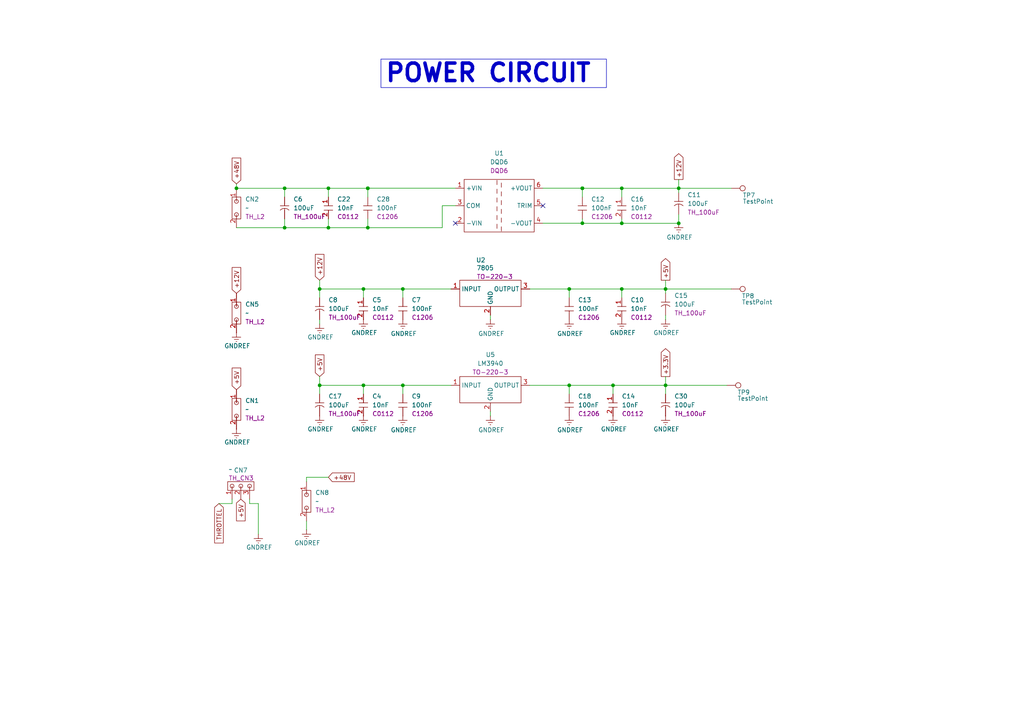
<source format=kicad_sch>
(kicad_sch
	(version 20250114)
	(generator "eeschema")
	(generator_version "9.0")
	(uuid "4c331a83-889b-49bb-9f0f-247a6aa896e6")
	(paper "A4")
	(lib_symbols
		(symbol "bldc_control:BCT40T48S12"
			(exclude_from_sim no)
			(in_bom yes)
			(on_board yes)
			(property "Reference" "U"
				(at 0 0 0)
				(effects
					(font
						(size 1.27 1.27)
					)
				)
			)
			(property "Value" ""
				(at 0 0 0)
				(effects
					(font
						(size 1.27 1.27)
					)
				)
			)
			(property "Footprint" ""
				(at 0 0 0)
				(effects
					(font
						(size 1.27 1.27)
					)
					(hide yes)
				)
			)
			(property "Datasheet" ""
				(at 0 0 0)
				(effects
					(font
						(size 1.27 1.27)
					)
					(hide yes)
				)
			)
			(property "Description" ""
				(at 0 0 0)
				(effects
					(font
						(size 1.27 1.27)
					)
					(hide yes)
				)
			)
			(symbol "BCT40T48S12_0_1"
				(polyline
					(pts
						(xy -0.635 8.636) (xy -0.635 7.366)
					)
					(stroke
						(width 0)
						(type default)
					)
					(fill
						(type none)
					)
				)
				(polyline
					(pts
						(xy -0.635 6.096) (xy -0.635 4.826)
					)
					(stroke
						(width 0)
						(type default)
					)
					(fill
						(type none)
					)
				)
				(polyline
					(pts
						(xy -0.635 3.556) (xy -0.635 2.286)
					)
					(stroke
						(width 0)
						(type default)
					)
					(fill
						(type none)
					)
				)
				(polyline
					(pts
						(xy -0.635 1.016) (xy -0.635 -0.254)
					)
					(stroke
						(width 0)
						(type default)
					)
					(fill
						(type none)
					)
				)
				(polyline
					(pts
						(xy -0.635 -1.524) (xy -0.635 -2.794)
					)
					(stroke
						(width 0)
						(type default)
					)
					(fill
						(type none)
					)
				)
				(polyline
					(pts
						(xy -0.635 -4.064) (xy -0.635 -5.334)
					)
					(stroke
						(width 0)
						(type default)
					)
					(fill
						(type none)
					)
				)
				(polyline
					(pts
						(xy 0.635 6.604) (xy 0.635 7.874)
					)
					(stroke
						(width 0)
						(type default)
					)
					(fill
						(type none)
					)
				)
				(polyline
					(pts
						(xy 0.635 4.064) (xy 0.635 5.334)
					)
					(stroke
						(width 0)
						(type default)
					)
					(fill
						(type none)
					)
				)
				(polyline
					(pts
						(xy 0.635 1.524) (xy 0.635 2.794)
					)
					(stroke
						(width 0)
						(type default)
					)
					(fill
						(type none)
					)
				)
				(polyline
					(pts
						(xy 0.635 -1.016) (xy 0.635 0.254)
					)
					(stroke
						(width 0)
						(type default)
					)
					(fill
						(type none)
					)
				)
				(polyline
					(pts
						(xy 0.635 -3.556) (xy 0.635 -2.286)
					)
					(stroke
						(width 0)
						(type default)
					)
					(fill
						(type none)
					)
				)
				(polyline
					(pts
						(xy 0.635 -6.096) (xy 0.635 -4.826)
					)
					(stroke
						(width 0)
						(type default)
					)
					(fill
						(type none)
					)
				)
			)
			(symbol "BCT40T48S12_1_1"
				(rectangle
					(start -10.16 8.89)
					(end 10.16 -6.35)
					(stroke
						(width 0)
						(type default)
					)
					(fill
						(type none)
					)
				)
				(pin power_in line
					(at -12.7 6.35 0)
					(length 2.54)
					(name "+VIN"
						(effects
							(font
								(size 1.27 1.27)
							)
						)
					)
					(number "1"
						(effects
							(font
								(size 1.27 1.27)
							)
						)
					)
				)
				(pin power_out line
					(at -12.7 1.27 0)
					(length 2.54)
					(name "COM"
						(effects
							(font
								(size 1.27 1.27)
							)
						)
					)
					(number "3"
						(effects
							(font
								(size 1.27 1.27)
							)
						)
					)
				)
				(pin power_in line
					(at -12.7 -3.81 0)
					(length 2.54)
					(name "-VIN"
						(effects
							(font
								(size 1.27 1.27)
							)
						)
					)
					(number "2"
						(effects
							(font
								(size 1.27 1.27)
							)
						)
					)
				)
				(pin power_out line
					(at 12.7 6.35 180)
					(length 2.54)
					(name "+VOUT"
						(effects
							(font
								(size 1.27 1.27)
							)
						)
					)
					(number "6"
						(effects
							(font
								(size 1.27 1.27)
							)
						)
					)
				)
				(pin power_out line
					(at 12.7 1.27 180)
					(length 2.54)
					(name "TRIM"
						(effects
							(font
								(size 1.27 1.27)
							)
						)
					)
					(number "5"
						(effects
							(font
								(size 1.27 1.27)
							)
						)
					)
				)
				(pin power_out line
					(at 12.7 -3.81 180)
					(length 2.54)
					(name "-VOUT"
						(effects
							(font
								(size 1.27 1.27)
							)
						)
					)
					(number "4"
						(effects
							(font
								(size 1.27 1.27)
							)
						)
					)
				)
			)
			(embedded_fonts no)
		)
		(symbol "bldc_control:C0112_10nF"
			(exclude_from_sim no)
			(in_bom yes)
			(on_board yes)
			(property "Reference" "C"
				(at 0 0 0)
				(effects
					(font
						(size 1.27 1.27)
					)
				)
			)
			(property "Value" "10nF"
				(at 0 0 0)
				(effects
					(font
						(size 1.27 1.27)
					)
				)
			)
			(property "Footprint" ""
				(at 0 0 0)
				(effects
					(font
						(size 1.27 1.27)
					)
					(hide yes)
				)
			)
			(property "Datasheet" ""
				(at 0 0 0)
				(effects
					(font
						(size 1.27 1.27)
					)
					(hide yes)
				)
			)
			(property "Description" "Multilayer Ceramic Capacitors"
				(at 0 0 0)
				(effects
					(font
						(size 1.27 1.27)
					)
					(hide yes)
				)
			)
			(property "Manufacturer" "KEMET"
				(at 0 0 0)
				(effects
					(font
						(size 1.27 1.27)
					)
					(hide yes)
				)
			)
			(property "Manufacurer PN" "C315C103J1R5TA"
				(at 0 0 0)
				(effects
					(font
						(size 1.27 1.27)
					)
					(hide yes)
				)
			)
			(property "PCB footprint" "C0112"
				(at 0 0 0)
				(effects
					(font
						(size 1.27 1.27)
					)
				)
			)
			(property "Specification" "10nF,100V,5% tolerance, -55 deg C to +125 deg C"
				(at 0 0 0)
				(effects
					(font
						(size 1.27 1.27)
					)
					(hide yes)
				)
			)
			(symbol "C0112_10nF_0_1"
				(polyline
					(pts
						(xy -1.27 3.81) (xy -1.27 1.27)
					)
					(stroke
						(width 0)
						(type default)
					)
					(fill
						(type none)
					)
				)
				(polyline
					(pts
						(xy 0 3.81) (xy 0 1.27)
					)
					(stroke
						(width 0)
						(type default)
					)
					(fill
						(type none)
					)
				)
			)
			(symbol "C0112_10nF_1_1"
				(pin input line
					(at -3.81 2.54 0)
					(length 2.54)
					(name ""
						(effects
							(font
								(size 1.27 1.27)
							)
						)
					)
					(number "1"
						(effects
							(font
								(size 1.27 1.27)
							)
						)
					)
				)
				(pin output line
					(at 2.54 2.54 180)
					(length 2.54)
					(name ""
						(effects
							(font
								(size 1.27 1.27)
							)
						)
					)
					(number "2"
						(effects
							(font
								(size 1.27 1.27)
							)
						)
					)
				)
			)
			(embedded_fonts no)
		)
		(symbol "bldc_control:CN_2"
			(pin_names
				(hide yes)
			)
			(exclude_from_sim no)
			(in_bom yes)
			(on_board yes)
			(property "Reference" "CN"
				(at 0 0 0)
				(effects
					(font
						(size 1.27 1.27)
					)
				)
			)
			(property "Value" ""
				(at 0 0 0)
				(effects
					(font
						(size 1.27 1.27)
					)
				)
			)
			(property "Footprint" ""
				(at 0.508 -1.27 0)
				(effects
					(font
						(size 1.27 1.27)
					)
					(hide yes)
				)
			)
			(property "Datasheet" ""
				(at 0 0 0)
				(effects
					(font
						(size 1.27 1.27)
					)
					(hide yes)
				)
			)
			(property "Description" "LOAD"
				(at 0 0 0)
				(effects
					(font
						(size 1.27 1.27)
					)
					(hide yes)
				)
			)
			(property "Manufacturer" " PHOENIX CONTACT"
				(at 5.842 -4.318 0)
				(effects
					(font
						(size 1.27 1.27)
					)
					(hide yes)
				)
			)
			(property "Manufacturer PN" "1929180"
				(at 2.032 -2.794 0)
				(effects
					(font
						(size 1.27 1.27)
					)
					(hide yes)
				)
			)
			(property "PCB footprint" "TH_L2"
				(at 0 0 0)
				(effects
					(font
						(size 1.27 1.27)
					)
				)
			)
			(property "Specification" "400V, 24A"
				(at 2.286 -6.096 0)
				(effects
					(font
						(size 1.27 1.27)
					)
					(hide yes)
				)
			)
			(symbol "CN_2_0_1"
				(rectangle
					(start -5.08 2.54)
					(end -2.54 -3.81)
					(stroke
						(width 0)
						(type default)
					)
					(fill
						(type none)
					)
				)
				(circle
					(center -3.81 1.27)
					(radius 0.5462)
					(stroke
						(width 0)
						(type default)
					)
					(fill
						(type none)
					)
				)
				(circle
					(center -3.81 -2.54)
					(radius 0.5462)
					(stroke
						(width 0)
						(type default)
					)
					(fill
						(type none)
					)
				)
			)
			(symbol "CN_2_1_1"
				(pin passive line
					(at -3.81 5.08 270)
					(length 3.81)
					(name "Pin_1"
						(effects
							(font
								(size 1.27 1.27)
							)
						)
					)
					(number "1"
						(effects
							(font
								(size 1.27 1.27)
							)
						)
					)
				)
				(pin passive line
					(at -3.81 -6.35 90)
					(length 3.81)
					(name "Pin_2"
						(effects
							(font
								(size 1.27 1.27)
							)
						)
					)
					(number "2"
						(effects
							(font
								(size 1.27 1.27)
							)
						)
					)
				)
			)
			(embedded_fonts no)
		)
		(symbol "bldc_control:CN_3"
			(pin_names
				(hide yes)
			)
			(exclude_from_sim no)
			(in_bom yes)
			(on_board yes)
			(property "Reference" "CN"
				(at 0 0 0)
				(effects
					(font
						(size 1.27 1.27)
					)
				)
			)
			(property "Value" ""
				(at 0 0 0)
				(effects
					(font
						(size 1.27 1.27)
					)
				)
			)
			(property "Footprint" ""
				(at 0 0 0)
				(effects
					(font
						(size 1.27 1.27)
					)
					(hide yes)
				)
			)
			(property "Datasheet" ""
				(at 0 0 0)
				(effects
					(font
						(size 1.27 1.27)
					)
					(hide yes)
				)
			)
			(property "Description" ""
				(at 0 0 0)
				(effects
					(font
						(size 1.27 1.27)
					)
					(hide yes)
				)
			)
			(property "Manufacturer" "Phoenix Contact"
				(at 0 0 0)
				(effects
					(font
						(size 1.27 1.27)
					)
					(hide yes)
				)
			)
			(property "Manufacturer PN" "1935174"
				(at 0 0 0)
				(effects
					(font
						(size 1.27 1.27)
					)
					(hide yes)
				)
			)
			(property "PCB footprint" "TH_CN3"
				(at 0 0 0)
				(effects
					(font
						(size 1.27 1.27)
					)
				)
			)
			(property "Specification" ""
				(at 0 0 0)
				(effects
					(font
						(size 1.27 1.27)
					)
					(hide yes)
				)
			)
			(symbol "CN_3_0_1"
				(rectangle
					(start -1.27 8.89)
					(end 1.27 1.27)
					(stroke
						(width 0)
						(type default)
					)
					(fill
						(type none)
					)
				)
				(circle
					(center 0 7.62)
					(radius 0.5462)
					(stroke
						(width 0)
						(type default)
					)
					(fill
						(type none)
					)
				)
				(circle
					(center 0 5.08)
					(radius 0.5462)
					(stroke
						(width 0)
						(type default)
					)
					(fill
						(type none)
					)
				)
				(circle
					(center 0 2.54)
					(radius 0.5462)
					(stroke
						(width 0)
						(type default)
					)
					(fill
						(type none)
					)
				)
			)
			(symbol "CN_3_1_1"
				(pin passive line
					(at -3.81 7.62 0)
					(length 3.81)
					(name "Pin_1"
						(effects
							(font
								(size 1.27 1.27)
							)
						)
					)
					(number "1"
						(effects
							(font
								(size 1.27 1.27)
							)
						)
					)
				)
				(pin passive line
					(at -3.81 5.08 0)
					(length 3.81)
					(name "Pin_2"
						(effects
							(font
								(size 1.27 1.27)
							)
						)
					)
					(number "2"
						(effects
							(font
								(size 1.27 1.27)
							)
						)
					)
				)
				(pin passive line
					(at -3.81 2.54 0)
					(length 3.81)
					(name "Pin_3"
						(effects
							(font
								(size 1.27 1.27)
							)
						)
					)
					(number "3"
						(effects
							(font
								(size 1.27 1.27)
							)
						)
					)
				)
			)
			(embedded_fonts no)
		)
		(symbol "bldc_control:CO603_100n"
			(pin_numbers
				(hide yes)
			)
			(pin_names
				(hide yes)
			)
			(exclude_from_sim no)
			(in_bom yes)
			(on_board yes)
			(property "Reference" "C"
				(at 0.4347 5.3907 0)
				(effects
					(font
						(size 1.27 1.27)
					)
				)
			)
			(property "Value" "100nF"
				(at 4.0419 5.4228 0)
				(effects
					(font
						(size 1.27 1.27)
					)
				)
			)
			(property "Footprint" ""
				(at 0 0 0)
				(effects
					(font
						(size 1.27 1.27)
					)
					(hide yes)
				)
			)
			(property "Datasheet" ""
				(at 0 0 0)
				(effects
					(font
						(size 1.27 1.27)
					)
					(hide yes)
				)
			)
			(property "Description" ""
				(at 2.0806 -4.6188 0)
				(effects
					(font
						(size 1.27 1.27)
					)
					(hide yes)
				)
			)
			(property "Manufacturer" "Knowles Novacap"
				(at 1.7668 -0.7747 0)
				(effects
					(font
						(size 1.27 1.27)
					)
					(hide yes)
				)
			)
			(property "Manufacturer PN" "1206B104J101N"
				(at 10.9978 1.3957 0)
				(effects
					(font
						(size 1.27 1.27)
					)
					(hide yes)
				)
			)
			(property "PCB footprint" "C1206"
				(at 2.839 3.4092 0)
				(effects
					(font
						(size 1.27 1.27)
					)
				)
			)
			(property "Specification" "0.1 µF ±5% 100V Ceramic Capacitor X7R 1206 (3216 Metric)"
				(at 0 -2.54 0)
				(effects
					(font
						(size 1.27 1.27)
					)
					(hide yes)
				)
			)
			(symbol "CO603_100n_0_1"
				(polyline
					(pts
						(xy 5.08 12.7) (xy 5.08 10.16)
					)
					(stroke
						(width 0)
						(type default)
					)
					(fill
						(type none)
					)
				)
				(polyline
					(pts
						(xy 6.35 12.7) (xy 6.35 10.16)
					)
					(stroke
						(width 0)
						(type default)
					)
					(fill
						(type none)
					)
				)
			)
			(symbol "CO603_100n_1_1"
				(pin passive line
					(at 2.54 11.43 0)
					(length 2.54)
					(name "1"
						(effects
							(font
								(size 1.27 1.27)
							)
						)
					)
					(number "1"
						(effects
							(font
								(size 1.27 1.27)
							)
						)
					)
				)
				(pin passive line
					(at 8.89 11.43 180)
					(length 2.54)
					(name "2"
						(effects
							(font
								(size 1.27 1.27)
							)
						)
					)
					(number "2"
						(effects
							(font
								(size 1.27 1.27)
							)
						)
					)
				)
			)
			(embedded_fonts no)
		)
		(symbol "bldc_control:LM3940"
			(exclude_from_sim no)
			(in_bom yes)
			(on_board yes)
			(property "Reference" "U"
				(at 16.51 -2.54 0)
				(effects
					(font
						(size 1.27 1.27)
					)
				)
			)
			(property "Value" "LM3940"
				(at -6.35 -8.89 0)
				(effects
					(font
						(size 1.27 1.27)
					)
				)
			)
			(property "Footprint" ""
				(at -6.35 -8.89 0)
				(effects
					(font
						(size 1.27 1.27)
					)
					(hide yes)
				)
			)
			(property "Datasheet" ""
				(at -6.35 -8.89 0)
				(effects
					(font
						(size 1.27 1.27)
					)
					(hide yes)
				)
			)
			(property "Description" "Low_dropout_regulator"
				(at -12.7 -19.05 0)
				(effects
					(font
						(size 1.27 1.27)
					)
					(hide yes)
				)
			)
			(property "Manfacturer" "Texas Instruments"
				(at 15.24 -10.16 0)
				(effects
					(font
						(size 1.27 1.27)
					)
					(hide yes)
				)
			)
			(property "Manufacturer PN" "LM3940IT-3.3/NOPB"
				(at 16.51 -12.7 0)
				(effects
					(font
						(size 1.27 1.27)
					)
					(hide yes)
				)
			)
			(property "PCB footprint" "TO-220-3"
				(at 17.78 -5.08 0)
				(effects
					(font
						(size 1.27 1.27)
					)
				)
			)
			(property "Specifications" "LDO Voltage Regulators"
				(at 17.78 -7.62 0)
				(effects
					(font
						(size 1.27 1.27)
					)
					(hide yes)
				)
			)
			(symbol "LM3940_0_1"
				(rectangle
					(start -6.35 7.62)
					(end 11.43 0)
					(stroke
						(width 0)
						(type default)
					)
					(fill
						(type none)
					)
				)
			)
			(symbol "LM3940_1_1"
				(pin input line
					(at -8.89 5.08 0)
					(length 2.54)
					(name "INPUT"
						(effects
							(font
								(size 1.27 1.27)
							)
						)
					)
					(number "1"
						(effects
							(font
								(size 1.27 1.27)
							)
						)
					)
				)
				(pin bidirectional line
					(at 2.54 -2.54 90)
					(length 2.54)
					(name "GND"
						(effects
							(font
								(size 1.27 1.27)
							)
						)
					)
					(number "2"
						(effects
							(font
								(size 1.27 1.27)
							)
						)
					)
				)
				(pin output line
					(at 13.97 5.08 180)
					(length 2.54)
					(name "OUTPUT"
						(effects
							(font
								(size 1.27 1.27)
							)
						)
					)
					(number "3"
						(effects
							(font
								(size 1.27 1.27)
							)
						)
					)
				)
			)
			(embedded_fonts no)
		)
		(symbol "bldc_control:LM7805"
			(exclude_from_sim no)
			(in_bom yes)
			(on_board yes)
			(property "Reference" "U"
				(at 25.4 -8.89 0)
				(effects
					(font
						(size 1.27 1.27)
					)
				)
			)
			(property "Value" ""
				(at -3.81 -7.62 0)
				(effects
					(font
						(size 1.27 1.27)
					)
				)
			)
			(property "Footprint" ""
				(at -3.81 -7.62 0)
				(effects
					(font
						(size 1.27 1.27)
					)
					(hide yes)
				)
			)
			(property "Datasheet" ""
				(at -3.81 -7.62 0)
				(effects
					(font
						(size 1.27 1.27)
					)
					(hide yes)
				)
			)
			(property "Description" "Linear Voltage Regulators 5 Volt Reg"
				(at 26.67 -19.05 0)
				(effects
					(font
						(size 1.27 1.27)
					)
					(hide yes)
				)
			)
			(property "Manufacturer" "TEXAS INSTRUMENTS"
				(at 26.67 -16.51 0)
				(effects
					(font
						(size 1.27 1.27)
					)
				)
			)
			(property "Manufacturer PN" "LM7805CT/NOPB"
				(at 26.67 -13.97 0)
				(effects
					(font
						(size 1.27 1.27)
					)
				)
			)
			(property "PCB footprint" "TO-220-3"
				(at 26.67 -11.43 0)
				(effects
					(font
						(size 1.27 1.27)
					)
				)
			)
			(property "Specifications" ""
				(at 0 0 0)
				(effects
					(font
						(size 1.27 1.27)
					)
				)
			)
			(symbol "LM7805_0_1"
				(rectangle
					(start 12.7 0)
					(end 30.48 -7.62)
					(stroke
						(width 0)
						(type default)
					)
					(fill
						(type none)
					)
				)
			)
			(symbol "LM7805_1_1"
				(pin input line
					(at 10.16 -2.54 0)
					(length 2.54)
					(name "INPUT"
						(effects
							(font
								(size 1.27 1.27)
							)
						)
					)
					(number "1"
						(effects
							(font
								(size 1.27 1.27)
							)
						)
					)
				)
				(pin bidirectional line
					(at 21.59 -10.16 90)
					(length 2.54)
					(name "GND"
						(effects
							(font
								(size 1.27 1.27)
							)
						)
					)
					(number "2"
						(effects
							(font
								(size 1.27 1.27)
							)
						)
					)
				)
				(pin output line
					(at 33.02 -2.54 180)
					(length 2.54)
					(name "OUTPUT"
						(effects
							(font
								(size 1.27 1.27)
							)
						)
					)
					(number "3"
						(effects
							(font
								(size 1.27 1.27)
							)
						)
					)
				)
			)
			(embedded_fonts no)
		)
		(symbol "bldc_control:TH_100uF"
			(pin_numbers
				(hide yes)
			)
			(pin_names
				(hide yes)
			)
			(exclude_from_sim no)
			(in_bom yes)
			(on_board yes)
			(property "Reference" "C21"
				(at -9.5251 -5.08 90)
				(effects
					(font
						(size 1.27 1.27)
					)
					(justify left)
				)
			)
			(property "Value" "100uF"
				(at -6.9851 -5.08 90)
				(effects
					(font
						(size 1.27 1.27)
					)
					(justify left)
				)
			)
			(property "Footprint" "bldc_1:TH_100uF"
				(at 0 0 0)
				(effects
					(font
						(size 1.27 1.27)
					)
					(hide yes)
				)
			)
			(property "Datasheet" ""
				(at 0 0 0)
				(effects
					(font
						(size 1.27 1.27)
					)
					(hide yes)
				)
			)
			(property "Description" ""
				(at 0 3.81 0)
				(effects
					(font
						(size 1.27 1.27)
					)
					(hide yes)
				)
			)
			(property "Manufacturer" "Nichicon"
				(at -1.27 15.24 0)
				(effects
					(font
						(size 1.27 1.27)
					)
					(hide yes)
				)
			)
			(property "Manufacturer PN" "UVR2A101MPD1TD"
				(at 0 11.43 0)
				(effects
					(font
						(size 1.27 1.27)
					)
					(hide yes)
				)
			)
			(property "PCB footprint" "TH_100uF"
				(at -4.4451 -5.08 90)
				(effects
					(font
						(size 1.27 1.27)
					)
					(justify left)
				)
			)
			(property "Specification" "100 µF 100 V Aluminum Electrolytic Capacitors Radial, Can 2000 Hrs @ 85°C"
				(at -1.27 7.62 0)
				(effects
					(font
						(size 1.27 1.27)
					)
					(hide yes)
				)
			)
			(symbol "TH_100uF_0_1"
				(polyline
					(pts
						(xy -7.62 -6.35) (xy -7.62 -8.89)
					)
					(stroke
						(width 0)
						(type default)
					)
					(fill
						(type none)
					)
				)
				(polyline
					(pts
						(xy -6.35 -7.62) (xy -6.8524 -7.62) (xy -6.8524 -7.6137)
					)
					(stroke
						(width 0)
						(type default)
					)
					(fill
						(type none)
					)
				)
				(arc
					(start -6.35 -8.89)
					(mid -6.8761 -7.62)
					(end -6.35 -6.35)
					(stroke
						(width 0)
						(type default)
					)
					(fill
						(type none)
					)
				)
			)
			(symbol "TH_100uF_1_1"
				(pin input line
					(at -10.16 -7.62 0)
					(length 2.54)
					(name "1"
						(effects
							(font
								(size 1.27 1.27)
							)
						)
					)
					(number "1"
						(effects
							(font
								(size 1.27 1.27)
							)
						)
					)
				)
				(pin output line
					(at -3.81 -7.62 180)
					(length 2.54)
					(name "2"
						(effects
							(font
								(size 1.27 1.27)
							)
						)
					)
					(number "2"
						(effects
							(font
								(size 1.27 1.27)
							)
						)
					)
				)
			)
			(embedded_fonts no)
		)
		(symbol "bldc_control:TestPoint"
			(pin_numbers
				(hide yes)
			)
			(pin_names
				(offset 0.762)
				(hide yes)
			)
			(exclude_from_sim no)
			(in_bom yes)
			(on_board yes)
			(property "Reference" "TP"
				(at 0 6.858 0)
				(effects
					(font
						(size 1.27 1.27)
					)
				)
			)
			(property "Value" "TestPoint"
				(at 0 5.08 0)
				(effects
					(font
						(size 1.27 1.27)
					)
				)
			)
			(property "Footprint" ""
				(at 5.08 0 0)
				(effects
					(font
						(size 1.27 1.27)
					)
					(hide yes)
				)
			)
			(property "Datasheet" "~"
				(at 5.08 0 0)
				(effects
					(font
						(size 1.27 1.27)
					)
					(hide yes)
				)
			)
			(property "Description" "test point"
				(at 0 0 0)
				(effects
					(font
						(size 1.27 1.27)
					)
					(hide yes)
				)
			)
			(property "ki_keywords" "test point tp"
				(at 0 0 0)
				(effects
					(font
						(size 1.27 1.27)
					)
					(hide yes)
				)
			)
			(property "ki_fp_filters" "Pin* Test*"
				(at 0 0 0)
				(effects
					(font
						(size 1.27 1.27)
					)
					(hide yes)
				)
			)
			(symbol "TestPoint_0_1"
				(circle
					(center 0 3.302)
					(radius 0.762)
					(stroke
						(width 0)
						(type default)
					)
					(fill
						(type none)
					)
				)
			)
			(symbol "TestPoint_1_1"
				(pin passive line
					(at 0 0 90)
					(length 2.54)
					(name "1"
						(effects
							(font
								(size 1.27 1.27)
							)
						)
					)
					(number "1"
						(effects
							(font
								(size 1.27 1.27)
							)
						)
					)
				)
			)
			(embedded_fonts no)
		)
		(symbol "power:GNDREF"
			(power)
			(pin_numbers
				(hide yes)
			)
			(pin_names
				(offset 0)
				(hide yes)
			)
			(exclude_from_sim no)
			(in_bom yes)
			(on_board yes)
			(property "Reference" "#PWR"
				(at 0 -6.35 0)
				(effects
					(font
						(size 1.27 1.27)
					)
					(hide yes)
				)
			)
			(property "Value" "GNDREF"
				(at 0 -3.81 0)
				(effects
					(font
						(size 1.27 1.27)
					)
				)
			)
			(property "Footprint" ""
				(at 0 0 0)
				(effects
					(font
						(size 1.27 1.27)
					)
					(hide yes)
				)
			)
			(property "Datasheet" ""
				(at 0 0 0)
				(effects
					(font
						(size 1.27 1.27)
					)
					(hide yes)
				)
			)
			(property "Description" "Power symbol creates a global label with name \"GNDREF\" , reference supply ground"
				(at 0 0 0)
				(effects
					(font
						(size 1.27 1.27)
					)
					(hide yes)
				)
			)
			(property "ki_keywords" "global power"
				(at 0 0 0)
				(effects
					(font
						(size 1.27 1.27)
					)
					(hide yes)
				)
			)
			(symbol "GNDREF_0_1"
				(polyline
					(pts
						(xy -0.635 -1.905) (xy 0.635 -1.905)
					)
					(stroke
						(width 0)
						(type default)
					)
					(fill
						(type none)
					)
				)
				(polyline
					(pts
						(xy -0.127 -2.54) (xy 0.127 -2.54)
					)
					(stroke
						(width 0)
						(type default)
					)
					(fill
						(type none)
					)
				)
				(polyline
					(pts
						(xy 0 -1.27) (xy 0 0)
					)
					(stroke
						(width 0)
						(type default)
					)
					(fill
						(type none)
					)
				)
				(polyline
					(pts
						(xy 1.27 -1.27) (xy -1.27 -1.27)
					)
					(stroke
						(width 0)
						(type default)
					)
					(fill
						(type none)
					)
				)
			)
			(symbol "GNDREF_1_1"
				(pin power_in line
					(at 0 0 270)
					(length 0)
					(name "~"
						(effects
							(font
								(size 1.27 1.27)
							)
						)
					)
					(number "1"
						(effects
							(font
								(size 1.27 1.27)
							)
						)
					)
				)
			)
			(embedded_fonts no)
		)
	)
	(text_box "POWER CIRCUIT"
		(exclude_from_sim no)
		(at 110.49 17.145 0)
		(size 65.405 8.255)
		(margins 0.9525 0.9525 0.9525 0.9525)
		(stroke
			(width 0)
			(type solid)
		)
		(fill
			(type none)
		)
		(effects
			(font
				(size 5.08 5.08)
				(thickness 1.016)
				(bold yes)
			)
			(justify left top)
		)
		(uuid "0c6a01d4-9c84-45af-bcbc-41a2d51b42c0")
	)
	(junction
		(at 196.85 54.61)
		(diameter 0)
		(color 0 0 0 0)
		(uuid "0497da06-3759-4ab9-b48f-0c55864e4494")
	)
	(junction
		(at 68.58 54.61)
		(diameter 0)
		(color 0 0 0 0)
		(uuid "09c27735-5094-4989-bf5c-6ffd43ef6f1d")
	)
	(junction
		(at 168.91 64.7443)
		(diameter 0)
		(color 0 0 0 0)
		(uuid "11b3cb8a-1644-4fa0-a670-888f6e135899")
	)
	(junction
		(at 196.85 64.77)
		(diameter 0)
		(color 0 0 0 0)
		(uuid "265ab6fa-17c3-4802-a139-c385f54c821c")
	)
	(junction
		(at 106.68 54.61)
		(diameter 0)
		(color 0 0 0 0)
		(uuid "3b6b69d2-dc0e-46cb-a5aa-4a4136b6b7b0")
	)
	(junction
		(at 177.8 111.76)
		(diameter 0)
		(color 0 0 0 0)
		(uuid "3d48be64-6e6f-4bc3-8019-e445d0db13f3")
	)
	(junction
		(at 106.68 66.04)
		(diameter 0)
		(color 0 0 0 0)
		(uuid "41e1b4b7-d529-46ad-87f6-d42792703ee1")
	)
	(junction
		(at 95.25 66.04)
		(diameter 0)
		(color 0 0 0 0)
		(uuid "51f33714-55b7-4a1b-98ce-8231137d9aec")
	)
	(junction
		(at 168.91 54.61)
		(diameter 0)
		(color 0 0 0 0)
		(uuid "55e5c150-2c26-4172-9b1b-263f0b8f5115")
	)
	(junction
		(at 165.1 83.82)
		(diameter 0)
		(color 0 0 0 0)
		(uuid "6bfa91e1-6e99-477a-b099-c77b552fd4b9")
	)
	(junction
		(at 105.41 111.76)
		(diameter 0)
		(color 0 0 0 0)
		(uuid "6de4a885-cb43-41ed-9bbd-9b6838d8f298")
	)
	(junction
		(at 168.9099 54.61)
		(diameter 0)
		(color 0 0 0 0)
		(uuid "717ff578-cc0f-4544-a478-e060d8672ae9")
	)
	(junction
		(at 82.55 54.61)
		(diameter 0)
		(color 0 0 0 0)
		(uuid "72ccbbe4-18b8-41c8-a009-546f744f34a5")
	)
	(junction
		(at 180.34 54.61)
		(diameter 0)
		(color 0 0 0 0)
		(uuid "7a773bc1-075c-4f1a-8cce-f09bbf22db43")
	)
	(junction
		(at 82.55 66.04)
		(diameter 0)
		(color 0 0 0 0)
		(uuid "89ab1bdf-a36b-4ca1-a56a-541f73cdff87")
	)
	(junction
		(at 180.34 83.82)
		(diameter 0)
		(color 0 0 0 0)
		(uuid "937445ca-c886-4938-b49e-89ff68d7baf6")
	)
	(junction
		(at 165.1 111.76)
		(diameter 0)
		(color 0 0 0 0)
		(uuid "a01d1056-1eb3-4d70-ae3c-48bd923818fd")
	)
	(junction
		(at 106.6799 54.61)
		(diameter 0)
		(color 0 0 0 0)
		(uuid "b463dcad-d365-4612-9771-d431957d8f5b")
	)
	(junction
		(at 116.84 83.82)
		(diameter 0)
		(color 0 0 0 0)
		(uuid "d3719415-5254-4717-9b90-7330fb79b09f")
	)
	(junction
		(at 180.34 64.77)
		(diameter 0)
		(color 0 0 0 0)
		(uuid "d6cec1e6-dee3-40f7-b344-3b1bb20f17f6")
	)
	(junction
		(at 116.84 111.76)
		(diameter 0)
		(color 0 0 0 0)
		(uuid "d6f63196-704d-4daa-ac6f-8c6aeffefb74")
	)
	(junction
		(at 95.25 54.61)
		(diameter 0)
		(color 0 0 0 0)
		(uuid "dd539b56-1abc-46b7-bdd0-cf21add93254")
	)
	(junction
		(at 105.41 83.82)
		(diameter 0)
		(color 0 0 0 0)
		(uuid "e1957ddc-15a3-487d-9b23-58c9ce30b13e")
	)
	(junction
		(at 193.04 83.82)
		(diameter 0)
		(color 0 0 0 0)
		(uuid "ea8e3a89-0870-4f7a-a635-b1cd3b209cc7")
	)
	(junction
		(at 193.04 111.76)
		(diameter 0)
		(color 0 0 0 0)
		(uuid "edbcde70-c9bd-4ba0-b464-38b43159d8f9")
	)
	(junction
		(at 92.71 111.76)
		(diameter 0)
		(color 0 0 0 0)
		(uuid "f4090379-2bd8-4b2c-89ef-bb8156c4a37d")
	)
	(junction
		(at 92.71 83.82)
		(diameter 0)
		(color 0 0 0 0)
		(uuid "f7e7567d-a4e7-46b5-af10-8ed0783de42c")
	)
	(no_connect
		(at 157.4799 59.6643)
		(uuid "59b683dc-1b94-4f45-9c5c-6a8cca4435e4")
	)
	(no_connect
		(at 132.0799 64.7443)
		(uuid "b10db47f-8bf4-4a0c-89a4-09063e1f697c")
	)
	(wire
		(pts
			(xy 67.31 146.05) (xy 67.31 144.78)
		)
		(stroke
			(width 0)
			(type default)
		)
		(uuid "0261843e-0ef8-40b0-aabf-2e94fc18c412")
	)
	(wire
		(pts
			(xy 168.91 54.61) (xy 168.91 57.15)
		)
		(stroke
			(width 0)
			(type default)
		)
		(uuid "0a66bc26-a6df-43d8-8c54-e8a3400a1cce")
	)
	(wire
		(pts
			(xy 82.55 63.5) (xy 82.55 66.04)
		)
		(stroke
			(width 0)
			(type default)
		)
		(uuid "102a34fc-5962-42d1-b61b-62499867e48c")
	)
	(wire
		(pts
			(xy 168.9099 54.5843) (xy 168.9099 54.61)
		)
		(stroke
			(width 0)
			(type default)
		)
		(uuid "1320ff6a-2356-48b1-8f08-41b612498e53")
	)
	(wire
		(pts
			(xy 196.85 54.61) (xy 212.09 54.61)
		)
		(stroke
			(width 0)
			(type default)
		)
		(uuid "16709ae7-1649-40e4-bd2a-4d45673559e2")
	)
	(wire
		(pts
			(xy 165.1 83.82) (xy 180.34 83.82)
		)
		(stroke
			(width 0)
			(type default)
		)
		(uuid "18e31492-1857-4991-9897-d6db6b950d29")
	)
	(wire
		(pts
			(xy 95.25 66.04) (xy 106.68 66.04)
		)
		(stroke
			(width 0)
			(type default)
		)
		(uuid "1bdda969-76ba-4af9-a3ca-790b27f86d65")
	)
	(wire
		(pts
			(xy 92.71 83.82) (xy 105.41 83.82)
		)
		(stroke
			(width 0)
			(type default)
		)
		(uuid "1c4f5e25-1185-4977-9ee7-3851ce8c743d")
	)
	(wire
		(pts
			(xy 92.71 111.76) (xy 105.41 111.76)
		)
		(stroke
			(width 0)
			(type default)
		)
		(uuid "1d12a399-5e0c-475c-b554-044478970770")
	)
	(wire
		(pts
			(xy 165.1 86.36) (xy 165.1 83.82)
		)
		(stroke
			(width 0)
			(type default)
		)
		(uuid "1fcbd230-367c-458a-9111-6a0b5393deef")
	)
	(wire
		(pts
			(xy 180.34 54.61) (xy 180.34 57.15)
		)
		(stroke
			(width 0)
			(type default)
		)
		(uuid "234111d9-a9e1-4700-b738-b0d0a90bfc3f")
	)
	(wire
		(pts
			(xy 177.8 114.3) (xy 177.8 111.76)
		)
		(stroke
			(width 0)
			(type default)
		)
		(uuid "240ee49d-afe8-4620-818b-36afad8e4b35")
	)
	(wire
		(pts
			(xy 180.34 63.5) (xy 180.34 64.77)
		)
		(stroke
			(width 0)
			(type default)
		)
		(uuid "26648965-2107-4291-baa9-3aa93eebe01d")
	)
	(wire
		(pts
			(xy 106.6799 54.61) (xy 106.68 54.61)
		)
		(stroke
			(width 0)
			(type default)
		)
		(uuid "27fd3dac-9c3b-4a93-9b76-701d259fe4ca")
	)
	(wire
		(pts
			(xy 116.84 111.76) (xy 130.81 111.76)
		)
		(stroke
			(width 0)
			(type default)
		)
		(uuid "2854f65a-5146-4b82-84f9-fd278ed0e495")
	)
	(wire
		(pts
			(xy 165.1 111.76) (xy 177.8 111.76)
		)
		(stroke
			(width 0)
			(type default)
		)
		(uuid "293980ae-6edd-4272-a6bb-43d61500beff")
	)
	(wire
		(pts
			(xy 193.04 114.3) (xy 193.04 111.76)
		)
		(stroke
			(width 0)
			(type default)
		)
		(uuid "2a2d446f-3b43-477c-af3c-10995b69bda2")
	)
	(wire
		(pts
			(xy 95.25 63.5) (xy 95.25 66.04)
		)
		(stroke
			(width 0)
			(type default)
		)
		(uuid "2b3fded4-a61c-48b6-b71e-908b0bbab3c7")
	)
	(wire
		(pts
			(xy 180.34 64.77) (xy 196.85 64.77)
		)
		(stroke
			(width 0)
			(type default)
		)
		(uuid "34cc4d8e-5a06-47a7-affe-1973fda1ce25")
	)
	(wire
		(pts
			(xy 168.91 64.7443) (xy 157.4799 64.7443)
		)
		(stroke
			(width 0)
			(type default)
		)
		(uuid "35774ddd-f900-4319-b5b8-42efa304574c")
	)
	(wire
		(pts
			(xy 196.85 55.88) (xy 196.85 54.61)
		)
		(stroke
			(width 0)
			(type default)
		)
		(uuid "3945c11d-81ae-4155-b5d3-e6b1e1dc7be8")
	)
	(wire
		(pts
			(xy 92.71 93.98) (xy 92.71 92.71)
		)
		(stroke
			(width 0)
			(type default)
		)
		(uuid "3c4d0af6-405b-4aaa-9d11-12a6ae933e49")
	)
	(wire
		(pts
			(xy 168.9099 54.61) (xy 168.91 54.61)
		)
		(stroke
			(width 0)
			(type default)
		)
		(uuid "401bdfb1-a351-4651-bfa4-341af07e9bfb")
	)
	(wire
		(pts
			(xy 177.8 111.76) (xy 193.04 111.76)
		)
		(stroke
			(width 0)
			(type default)
		)
		(uuid "409f5fd8-fe3c-4384-bf29-b30679040176")
	)
	(wire
		(pts
			(xy 196.85 62.23) (xy 196.85 64.77)
		)
		(stroke
			(width 0)
			(type default)
		)
		(uuid "42f84ec4-593b-4290-a122-f72fe089494f")
	)
	(wire
		(pts
			(xy 193.04 111.76) (xy 210.82 111.76)
		)
		(stroke
			(width 0)
			(type default)
		)
		(uuid "4490ee40-67b9-4c58-a7ab-706866d2b3fa")
	)
	(wire
		(pts
			(xy 180.34 83.82) (xy 193.04 83.82)
		)
		(stroke
			(width 0)
			(type default)
		)
		(uuid "45678e85-d189-4c5b-a75f-75112b93fc9a")
	)
	(wire
		(pts
			(xy 88.9 151.13) (xy 88.9 153.67)
		)
		(stroke
			(width 0)
			(type default)
		)
		(uuid "4629ed8a-e5a6-4ddf-b038-6abeeeaa6b75")
	)
	(wire
		(pts
			(xy 153.67 111.76) (xy 165.1 111.76)
		)
		(stroke
			(width 0)
			(type default)
		)
		(uuid "47ed319d-5f4a-4bd4-b85d-6f51b9ba3d42")
	)
	(wire
		(pts
			(xy 106.68 66.04) (xy 128.2699 66.04)
		)
		(stroke
			(width 0)
			(type default)
		)
		(uuid "48f0761d-8aa3-43be-8412-e8eacdcfe64f")
	)
	(wire
		(pts
			(xy 88.9 138.43) (xy 88.9 139.7)
		)
		(stroke
			(width 0)
			(type default)
		)
		(uuid "4f3b7a88-96bb-45ad-aa34-e999f6f89bd1")
	)
	(wire
		(pts
			(xy 82.55 54.61) (xy 82.55 57.15)
		)
		(stroke
			(width 0)
			(type default)
		)
		(uuid "4f431533-8724-4cee-b460-729698e09f06")
	)
	(wire
		(pts
			(xy 168.91 64.7443) (xy 168.91 64.77)
		)
		(stroke
			(width 0)
			(type default)
		)
		(uuid "58e0e969-99de-4f9c-9e11-4836d18d3923")
	)
	(wire
		(pts
			(xy 92.71 111.76) (xy 92.71 114.3)
		)
		(stroke
			(width 0)
			(type default)
		)
		(uuid "5d2466fe-092c-4568-ac8f-cca7cf2ba8f9")
	)
	(wire
		(pts
			(xy 68.58 53.34) (xy 68.58 54.61)
		)
		(stroke
			(width 0)
			(type default)
		)
		(uuid "606b3ba3-ff17-4027-921e-7a305af1bfd9")
	)
	(wire
		(pts
			(xy 72.39 146.05) (xy 74.93 146.05)
		)
		(stroke
			(width 0)
			(type default)
		)
		(uuid "6315bdb0-12f8-400e-9a42-6295f2c9c438")
	)
	(wire
		(pts
			(xy 92.71 81.28) (xy 92.71 83.82)
		)
		(stroke
			(width 0)
			(type default)
		)
		(uuid "695d518f-abae-4756-bdca-81802d0f838a")
	)
	(wire
		(pts
			(xy 196.85 52.07) (xy 196.85 54.61)
		)
		(stroke
			(width 0)
			(type default)
		)
		(uuid "6c5ece2a-ac2d-46f9-bd04-c6b0647d276f")
	)
	(wire
		(pts
			(xy 153.67 83.82) (xy 165.1 83.82)
		)
		(stroke
			(width 0)
			(type default)
		)
		(uuid "6d627c47-d5ab-4a24-8f9d-32bbeda54e7c")
	)
	(wire
		(pts
			(xy 193.04 85.09) (xy 193.04 83.82)
		)
		(stroke
			(width 0)
			(type default)
		)
		(uuid "6d7de1b0-b13a-47f6-aa8a-6b0e7421e205")
	)
	(wire
		(pts
			(xy 68.58 66.04) (xy 82.55 66.04)
		)
		(stroke
			(width 0)
			(type default)
		)
		(uuid "70a6670f-d874-4f66-b48f-4170ce1f3b2f")
	)
	(wire
		(pts
			(xy 132.0799 59.6643) (xy 128.2699 59.6643)
		)
		(stroke
			(width 0)
			(type default)
		)
		(uuid "747dd010-64e1-4e7a-98b6-261661b072ec")
	)
	(wire
		(pts
			(xy 74.93 146.05) (xy 74.93 154.94)
		)
		(stroke
			(width 0)
			(type default)
		)
		(uuid "79c87142-7cce-4dbc-bac0-2d1e9f4fdadf")
	)
	(wire
		(pts
			(xy 95.25 54.61) (xy 106.6799 54.61)
		)
		(stroke
			(width 0)
			(type default)
		)
		(uuid "81cfa9e0-b1c4-4657-b064-6c49eb1896fa")
	)
	(wire
		(pts
			(xy 95.25 138.43) (xy 88.9 138.43)
		)
		(stroke
			(width 0)
			(type default)
		)
		(uuid "86004ecb-3b3e-4605-a1f3-e3cff24842ba")
	)
	(wire
		(pts
			(xy 128.2699 59.6643) (xy 128.2699 66.04)
		)
		(stroke
			(width 0)
			(type default)
		)
		(uuid "864befc9-14bb-4dd7-afd9-3d9526f56acd")
	)
	(wire
		(pts
			(xy 168.91 54.61) (xy 180.34 54.61)
		)
		(stroke
			(width 0)
			(type default)
		)
		(uuid "893ddb46-0df8-42c9-9c80-28c924d02a95")
	)
	(wire
		(pts
			(xy 106.6799 54.5843) (xy 106.6799 54.61)
		)
		(stroke
			(width 0)
			(type default)
		)
		(uuid "8ed3d2f3-2e64-4afb-89f6-26566bca7ce7")
	)
	(wire
		(pts
			(xy 72.39 144.78) (xy 72.39 146.05)
		)
		(stroke
			(width 0)
			(type default)
		)
		(uuid "984dab31-6e1a-458b-a6dc-994aa8821c7a")
	)
	(wire
		(pts
			(xy 168.91 63.5) (xy 168.91 64.7443)
		)
		(stroke
			(width 0)
			(type default)
		)
		(uuid "98d774a9-9575-4b65-954f-4520b9f99557")
	)
	(wire
		(pts
			(xy 105.41 86.36) (xy 105.41 83.82)
		)
		(stroke
			(width 0)
			(type default)
		)
		(uuid "9ca3f819-c82c-4011-a35d-7bb847dc02f2")
	)
	(wire
		(pts
			(xy 68.58 54.61) (xy 82.55 54.61)
		)
		(stroke
			(width 0)
			(type default)
		)
		(uuid "a2115ed4-49f0-4d7f-bf14-6b61aac8ff03")
	)
	(wire
		(pts
			(xy 180.34 83.82) (xy 180.34 86.36)
		)
		(stroke
			(width 0)
			(type default)
		)
		(uuid "a47d8263-e479-48a0-90d1-005991700d3f")
	)
	(wire
		(pts
			(xy 106.6799 54.5843) (xy 132.0799 54.5843)
		)
		(stroke
			(width 0)
			(type default)
		)
		(uuid "a66df8c7-795b-4aea-9856-c07fedf0a37d")
	)
	(wire
		(pts
			(xy 142.24 91.44) (xy 142.24 92.71)
		)
		(stroke
			(width 0)
			(type default)
		)
		(uuid "a73b3d08-5d30-4633-ab0f-d4b9835d104d")
	)
	(wire
		(pts
			(xy 82.55 54.61) (xy 95.25 54.61)
		)
		(stroke
			(width 0)
			(type default)
		)
		(uuid "a8710f63-5492-4c58-a5eb-1d2c8d46a932")
	)
	(wire
		(pts
			(xy 116.84 111.76) (xy 116.84 114.3)
		)
		(stroke
			(width 0)
			(type default)
		)
		(uuid "a93bbb37-c998-41e3-a543-24b43c8ee4d3")
	)
	(wire
		(pts
			(xy 106.68 54.61) (xy 106.68 57.15)
		)
		(stroke
			(width 0)
			(type default)
		)
		(uuid "acbe253b-20e8-42ef-ae21-abcaa3136c54")
	)
	(wire
		(pts
			(xy 142.24 119.38) (xy 142.24 120.65)
		)
		(stroke
			(width 0)
			(type default)
		)
		(uuid "af02d8f9-aa3f-47e8-80c7-015aca29cc46")
	)
	(wire
		(pts
			(xy 92.71 83.82) (xy 92.71 86.36)
		)
		(stroke
			(width 0)
			(type default)
		)
		(uuid "b05f5d94-50a3-4f8e-b021-a971a92d693a")
	)
	(wire
		(pts
			(xy 105.41 83.82) (xy 116.84 83.82)
		)
		(stroke
			(width 0)
			(type default)
		)
		(uuid "b394af19-763d-4bd5-80ae-db50afacf14d")
	)
	(wire
		(pts
			(xy 193.04 83.82) (xy 193.04 81.28)
		)
		(stroke
			(width 0)
			(type default)
		)
		(uuid "b43ea250-e5f5-4afc-bbc5-f954e8a03e17")
	)
	(wire
		(pts
			(xy 157.4799 54.5843) (xy 168.9099 54.5843)
		)
		(stroke
			(width 0)
			(type default)
		)
		(uuid "b988050f-50d6-42a5-9c6f-1295d82f9754")
	)
	(wire
		(pts
			(xy 106.68 63.5) (xy 106.68 66.04)
		)
		(stroke
			(width 0)
			(type default)
		)
		(uuid "ba8f3ec8-660c-49c4-b629-0e0bacd38d0c")
	)
	(wire
		(pts
			(xy 116.84 83.82) (xy 130.81 83.82)
		)
		(stroke
			(width 0)
			(type default)
		)
		(uuid "be1ae0c3-68df-461e-9ecf-fd6f5f23b937")
	)
	(wire
		(pts
			(xy 92.71 109.22) (xy 92.71 111.76)
		)
		(stroke
			(width 0)
			(type default)
		)
		(uuid "c24cb0f3-0b15-4b46-9d65-49b04081cb2b")
	)
	(wire
		(pts
			(xy 82.55 66.04) (xy 95.25 66.04)
		)
		(stroke
			(width 0)
			(type default)
		)
		(uuid "ca6f2311-729e-4e27-a582-97dfc4d0d1da")
	)
	(wire
		(pts
			(xy 105.41 114.3) (xy 105.41 111.76)
		)
		(stroke
			(width 0)
			(type default)
		)
		(uuid "cba2ab61-4f3f-49ca-98a5-a03dc3083ef0")
	)
	(wire
		(pts
			(xy 193.04 109.22) (xy 193.04 111.76)
		)
		(stroke
			(width 0)
			(type default)
		)
		(uuid "cf646651-464f-4d91-a259-130f955d0468")
	)
	(wire
		(pts
			(xy 180.34 54.61) (xy 196.85 54.61)
		)
		(stroke
			(width 0)
			(type default)
		)
		(uuid "d2e0d2d4-bf55-4371-97c6-fb51dfefe145")
	)
	(wire
		(pts
			(xy 193.04 92.71) (xy 193.04 91.44)
		)
		(stroke
			(width 0)
			(type default)
		)
		(uuid "dac36825-ad5a-4210-ac9c-ce61c13b605b")
	)
	(wire
		(pts
			(xy 116.84 83.82) (xy 116.84 86.36)
		)
		(stroke
			(width 0)
			(type default)
		)
		(uuid "e79fe994-eb20-4d5d-8be8-96413994369e")
	)
	(wire
		(pts
			(xy 165.1 111.76) (xy 165.1 114.3)
		)
		(stroke
			(width 0)
			(type default)
		)
		(uuid "e93f69a0-b287-4f2d-87e1-ea96c41e9ec8")
	)
	(wire
		(pts
			(xy 63.5 146.05) (xy 67.31 146.05)
		)
		(stroke
			(width 0)
			(type default)
		)
		(uuid "ebaabe15-0dbb-4586-9be6-bc7e871e5009")
	)
	(wire
		(pts
			(xy 168.91 64.77) (xy 180.34 64.77)
		)
		(stroke
			(width 0)
			(type default)
		)
		(uuid "f0a3a627-7ce2-452e-8803-f4aa31187452")
	)
	(wire
		(pts
			(xy 193.04 83.82) (xy 212.09 83.82)
		)
		(stroke
			(width 0)
			(type default)
		)
		(uuid "f231bcbd-758a-4646-9db3-d67f6a6a18b8")
	)
	(wire
		(pts
			(xy 105.41 111.76) (xy 116.84 111.76)
		)
		(stroke
			(width 0)
			(type default)
		)
		(uuid "f3999cdb-0244-49d5-937d-d832b2a2591e")
	)
	(wire
		(pts
			(xy 95.25 54.61) (xy 95.25 57.15)
		)
		(stroke
			(width 0)
			(type default)
		)
		(uuid "fdf42fdb-495d-4720-9b71-2502ce50bb76")
	)
	(global_label "+48V"
		(shape input)
		(at 95.25 138.43 0)
		(fields_autoplaced yes)
		(effects
			(font
				(size 1.27 1.27)
			)
			(justify left)
		)
		(uuid "115860cf-f2f2-4281-8006-c2ae0aff06f7")
		(property "Intersheetrefs" "${INTERSHEET_REFS}"
			(at 103.3152 138.43 0)
			(effects
				(font
					(size 1.27 1.27)
				)
				(justify left)
				(hide yes)
			)
		)
	)
	(global_label "+12V"
		(shape input)
		(at 68.58 85.09 90)
		(fields_autoplaced yes)
		(effects
			(font
				(size 1.27 1.27)
			)
			(justify left)
		)
		(uuid "1b3c7f99-0c30-4c23-9d62-5c1040251dfd")
		(property "Intersheetrefs" "${INTERSHEET_REFS}"
			(at 68.58 77.0248 90)
			(effects
				(font
					(size 1.27 1.27)
				)
				(justify left)
				(hide yes)
			)
		)
	)
	(global_label "+5V"
		(shape input)
		(at 69.85 144.78 270)
		(fields_autoplaced yes)
		(effects
			(font
				(size 1.27 1.27)
			)
			(justify right)
		)
		(uuid "2a3ac154-5192-43b7-89bd-f926a2704df7")
		(property "Intersheetrefs" "${INTERSHEET_REFS}"
			(at 69.85 151.6357 90)
			(effects
				(font
					(size 1.27 1.27)
				)
				(justify right)
				(hide yes)
			)
		)
	)
	(global_label "+48V"
		(shape input)
		(at 68.58 53.34 90)
		(fields_autoplaced yes)
		(effects
			(font
				(size 1.27 1.27)
			)
			(justify left)
		)
		(uuid "38accc69-bb01-449d-864b-2570251045b5")
		(property "Intersheetrefs" "${INTERSHEET_REFS}"
			(at 68.58 45.2748 90)
			(effects
				(font
					(size 1.27 1.27)
				)
				(justify left)
				(hide yes)
			)
		)
	)
	(global_label "+3.3V"
		(shape output)
		(at 193.04 109.22 90)
		(fields_autoplaced yes)
		(effects
			(font
				(size 1.27 1.27)
			)
			(justify left)
		)
		(uuid "45036508-bf56-4aa7-94fc-5c27dad8e3b7")
		(property "Intersheetrefs" "${INTERSHEET_REFS}"
			(at 193.04 100.55 90)
			(effects
				(font
					(size 1.27 1.27)
				)
				(justify left)
				(hide yes)
			)
		)
	)
	(global_label "+12V"
		(shape input)
		(at 92.71 81.28 90)
		(fields_autoplaced yes)
		(effects
			(font
				(size 1.27 1.27)
			)
			(justify left)
		)
		(uuid "59a325af-1181-43f9-8783-52047756acb4")
		(property "Intersheetrefs" "${INTERSHEET_REFS}"
			(at 92.71 73.2148 90)
			(effects
				(font
					(size 1.27 1.27)
				)
				(justify left)
				(hide yes)
			)
		)
	)
	(global_label "+5V"
		(shape input)
		(at 92.71 109.22 90)
		(fields_autoplaced yes)
		(effects
			(font
				(size 1.27 1.27)
			)
			(justify left)
		)
		(uuid "77ece5b2-bf61-412b-ab15-59314bb644b6")
		(property "Intersheetrefs" "${INTERSHEET_REFS}"
			(at 92.71 102.3643 90)
			(effects
				(font
					(size 1.27 1.27)
				)
				(justify left)
				(hide yes)
			)
		)
	)
	(global_label "+5V"
		(shape input)
		(at 68.58 113.03 90)
		(fields_autoplaced yes)
		(effects
			(font
				(size 1.27 1.27)
			)
			(justify left)
		)
		(uuid "8c08d362-ab5c-45eb-a281-668c2ee2e91d")
		(property "Intersheetrefs" "${INTERSHEET_REFS}"
			(at 68.58 106.1743 90)
			(effects
				(font
					(size 1.27 1.27)
				)
				(justify left)
				(hide yes)
			)
		)
	)
	(global_label "THROTTEL"
		(shape input)
		(at 63.5 146.05 270)
		(fields_autoplaced yes)
		(effects
			(font
				(size 1.27 1.27)
			)
			(justify right)
		)
		(uuid "e6556b66-191b-40e0-97c4-862b98d77f08")
		(property "Intersheetrefs" "${INTERSHEET_REFS}"
			(at 63.5 158.0461 90)
			(effects
				(font
					(size 1.27 1.27)
				)
				(justify right)
				(hide yes)
			)
		)
	)
	(global_label "+12V"
		(shape output)
		(at 196.85 52.07 90)
		(fields_autoplaced yes)
		(effects
			(font
				(size 1.27 1.27)
			)
			(justify left)
		)
		(uuid "f137d08b-f1e6-4e7b-acfa-8597f54d11bb")
		(property "Intersheetrefs" "${INTERSHEET_REFS}"
			(at 196.85 44.0048 90)
			(effects
				(font
					(size 1.27 1.27)
				)
				(justify left)
				(hide yes)
			)
		)
	)
	(global_label "+5V"
		(shape output)
		(at 193.04 81.28 90)
		(fields_autoplaced yes)
		(effects
			(font
				(size 1.27 1.27)
			)
			(justify left)
		)
		(uuid "fdba8498-27ce-4be1-9984-b03140f7a586")
		(property "Intersheetrefs" "${INTERSHEET_REFS}"
			(at 193.04 74.4243 90)
			(effects
				(font
					(size 1.27 1.27)
				)
				(justify left)
				(hide yes)
			)
		)
	)
	(symbol
		(lib_id "bldc_control:TH_100uF")
		(at 100.33 96.52 270)
		(unit 1)
		(exclude_from_sim no)
		(in_bom yes)
		(on_board yes)
		(dnp no)
		(fields_autoplaced yes)
		(uuid "01b9c22a-0be6-4bd7-b697-6316a15d62c3")
		(property "Reference" "C8"
			(at 95.25 86.9949 90)
			(effects
				(font
					(size 1.27 1.27)
				)
				(justify left)
			)
		)
		(property "Value" "100uF"
			(at 95.25 89.5349 90)
			(effects
				(font
					(size 1.27 1.27)
				)
				(justify left)
			)
		)
		(property "Footprint" "bldc_1:TH_100uF"
			(at 100.33 96.52 0)
			(effects
				(font
					(size 1.27 1.27)
				)
				(hide yes)
			)
		)
		(property "Datasheet" ""
			(at 100.33 96.52 0)
			(effects
				(font
					(size 1.27 1.27)
				)
				(hide yes)
			)
		)
		(property "Description" ""
			(at 104.14 96.52 0)
			(effects
				(font
					(size 1.27 1.27)
				)
				(hide yes)
			)
		)
		(property "Manufacturer" "Nichicon"
			(at 115.57 95.25 0)
			(effects
				(font
					(size 1.27 1.27)
				)
				(hide yes)
			)
		)
		(property "Manufacturer PN" "UVR2A101MPD1TD"
			(at 111.76 96.52 0)
			(effects
				(font
					(size 1.27 1.27)
				)
				(hide yes)
			)
		)
		(property "PCB footprint" "TH_100uF"
			(at 95.25 92.0749 90)
			(effects
				(font
					(size 1.27 1.27)
				)
				(justify left)
			)
		)
		(property "Specification" "100 µF 100 V Aluminum Electrolytic Capacitors Radial, Can 2000 Hrs @ 85°C"
			(at 107.95 95.25 0)
			(effects
				(font
					(size 1.27 1.27)
				)
				(hide yes)
			)
		)
		(pin "1"
			(uuid "11e5bfd8-0750-4f10-a773-876e31e8a5b5")
		)
		(pin "2"
			(uuid "f1149fa0-28f7-4abf-a8e0-b6e03b6a4acb")
		)
		(instances
			(project "bldc"
				(path "/0e9ec8bb-3024-4b2a-a006-9a79b7a35050/8801151c-4dde-466f-b636-5b57f0ada734"
					(reference "C8")
					(unit 1)
				)
			)
		)
	)
	(symbol
		(lib_id "bldc_control:CO603_100n")
		(at 176.53 123.19 90)
		(unit 1)
		(exclude_from_sim no)
		(in_bom yes)
		(on_board yes)
		(dnp no)
		(fields_autoplaced yes)
		(uuid "0bc94914-85a2-4f66-a413-3b58f77052ce")
		(property "Reference" "C18"
			(at 167.64 114.9349 90)
			(effects
				(font
					(size 1.27 1.27)
				)
				(justify right)
			)
		)
		(property "Value" "100nF"
			(at 167.64 117.4749 90)
			(effects
				(font
					(size 1.27 1.27)
				)
				(justify right)
			)
		)
		(property "Footprint" "bldc_1:C1206"
			(at 176.53 123.19 0)
			(effects
				(font
					(size 1.27 1.27)
				)
				(hide yes)
			)
		)
		(property "Datasheet" ""
			(at 176.53 123.19 0)
			(effects
				(font
					(size 1.27 1.27)
				)
				(hide yes)
			)
		)
		(property "Description" "MULTILAYER CERAMIC SMD CAPACITORS"
			(at 181.1488 121.1094 0)
			(effects
				(font
					(size 1.27 1.27)
				)
				(hide yes)
			)
		)
		(property "Manufacturer" "Knowles Novacap"
			(at 177.3047 121.4232 0)
			(effects
				(font
					(size 1.27 1.27)
				)
				(hide yes)
			)
		)
		(property "Manufacturer PN" "1206B104J101N"
			(at 175.1343 112.1922 0)
			(effects
				(font
					(size 1.27 1.27)
				)
				(hide yes)
			)
		)
		(property "PCB footprint" "C1206"
			(at 167.64 120.0149 90)
			(effects
				(font
					(size 1.27 1.27)
				)
				(justify right)
			)
		)
		(property "Specification" "0.1 µF ±5% 100V Ceramic Capacitor X7R 1206 (3216 Metric)"
			(at 179.07 123.19 0)
			(effects
				(font
					(size 1.27 1.27)
				)
				(hide yes)
			)
		)
		(pin "2"
			(uuid "b34564b7-a1e9-41de-bf1d-ed99ec425383")
		)
		(pin "1"
			(uuid "aacae5d6-7237-4e95-a047-8d6f369fcaf7")
		)
		(instances
			(project "bldc"
				(path "/0e9ec8bb-3024-4b2a-a006-9a79b7a35050/8801151c-4dde-466f-b636-5b57f0ada734"
					(reference "C18")
					(unit 1)
				)
			)
		)
	)
	(symbol
		(lib_id "power:GNDREF")
		(at 92.71 120.65 0)
		(unit 1)
		(exclude_from_sim no)
		(in_bom yes)
		(on_board yes)
		(dnp no)
		(uuid "0edb96c5-9e87-4070-8adc-3cf40a01786f")
		(property "Reference" "#PWR27"
			(at 92.71 127 0)
			(effects
				(font
					(size 1.27 1.27)
				)
				(hide yes)
			)
		)
		(property "Value" "GNDREF"
			(at 92.964 124.46 0)
			(effects
				(font
					(size 1.27 1.27)
				)
			)
		)
		(property "Footprint" ""
			(at 92.71 120.65 0)
			(effects
				(font
					(size 1.27 1.27)
				)
				(hide yes)
			)
		)
		(property "Datasheet" ""
			(at 92.71 120.65 0)
			(effects
				(font
					(size 1.27 1.27)
				)
				(hide yes)
			)
		)
		(property "Description" "Power symbol creates a global label with name \"GNDREF\" , reference supply ground"
			(at 92.71 120.65 0)
			(effects
				(font
					(size 1.27 1.27)
				)
				(hide yes)
			)
		)
		(pin "1"
			(uuid "23a39523-ebfa-4272-ada2-6c050f336e2b")
		)
		(instances
			(project "bldc"
				(path "/0e9ec8bb-3024-4b2a-a006-9a79b7a35050/8801151c-4dde-466f-b636-5b57f0ada734"
					(reference "#PWR27")
					(unit 1)
				)
			)
		)
	)
	(symbol
		(lib_id "bldc_control:LM7805")
		(at 120.65 81.28 0)
		(unit 1)
		(exclude_from_sim no)
		(in_bom yes)
		(on_board yes)
		(dnp no)
		(uuid "17da6568-49e9-4c01-9b28-a06ea7b27b5a")
		(property "Reference" "U2"
			(at 139.446 75.438 0)
			(effects
				(font
					(size 1.27 1.27)
				)
			)
		)
		(property "Value" "7805"
			(at 140.716 77.724 0)
			(effects
				(font
					(size 1.27 1.27)
				)
			)
		)
		(property "Footprint" "bldc_1:TO-220-3"
			(at 116.84 88.9 0)
			(effects
				(font
					(size 1.27 1.27)
				)
				(hide yes)
			)
		)
		(property "Datasheet" ""
			(at 116.84 88.9 0)
			(effects
				(font
					(size 1.27 1.27)
				)
				(hide yes)
			)
		)
		(property "Description" "Linear Voltage Regulators 5 Volt Reg"
			(at 147.32 100.33 0)
			(effects
				(font
					(size 1.27 1.27)
				)
				(hide yes)
			)
		)
		(property "Manufacturer" "TEXAS INSTRUMENTS"
			(at 142.24 73.66 0)
			(effects
				(font
					(size 1.27 1.27)
				)
				(hide yes)
			)
		)
		(property "Manufacturer PN" "LM7805CT/NOPB"
			(at 142.24 76.2 0)
			(effects
				(font
					(size 1.27 1.27)
				)
				(hide yes)
			)
		)
		(property "PCB footprint" "TO-220-3"
			(at 143.51 80.264 0)
			(effects
				(font
					(size 1.27 1.27)
				)
			)
		)
		(property "Specification" ""
			(at 120.65 81.28 0)
			(effects
				(font
					(size 1.27 1.27)
				)
			)
		)
		(property "Specifications" ""
			(at 120.65 81.28 0)
			(effects
				(font
					(size 1.27 1.27)
				)
			)
		)
		(pin "3"
			(uuid "9cc76e42-c3c1-45c6-bb1b-ab6a4d79e156")
		)
		(pin "1"
			(uuid "0cf0ee44-9d04-4cd8-82a0-df9feb47d25d")
		)
		(pin "2"
			(uuid "88acb9d5-f66a-4d7f-9810-b75eb240eac6")
		)
		(instances
			(project ""
				(path "/0e9ec8bb-3024-4b2a-a006-9a79b7a35050/8801151c-4dde-466f-b636-5b57f0ada734"
					(reference "U2")
					(unit 1)
				)
			)
		)
	)
	(symbol
		(lib_id "bldc_control:CO603_100n")
		(at 128.27 123.19 90)
		(unit 1)
		(exclude_from_sim no)
		(in_bom yes)
		(on_board yes)
		(dnp no)
		(fields_autoplaced yes)
		(uuid "23fdf893-da0d-4f1c-a37f-6eeaa80e97b1")
		(property "Reference" "C9"
			(at 119.38 114.9349 90)
			(effects
				(font
					(size 1.27 1.27)
				)
				(justify right)
			)
		)
		(property "Value" "100nF"
			(at 119.38 117.4749 90)
			(effects
				(font
					(size 1.27 1.27)
				)
				(justify right)
			)
		)
		(property "Footprint" "bldc_1:C1206"
			(at 128.27 123.19 0)
			(effects
				(font
					(size 1.27 1.27)
				)
				(hide yes)
			)
		)
		(property "Datasheet" ""
			(at 128.27 123.19 0)
			(effects
				(font
					(size 1.27 1.27)
				)
				(hide yes)
			)
		)
		(property "Description" "MULTILAYER CERAMIC SMD CAPACITORS"
			(at 132.8888 121.1094 0)
			(effects
				(font
					(size 1.27 1.27)
				)
				(hide yes)
			)
		)
		(property "Manufacturer" "Knowles Novacap"
			(at 129.0447 121.4232 0)
			(effects
				(font
					(size 1.27 1.27)
				)
				(hide yes)
			)
		)
		(property "Manufacturer PN" "1206B104J101N"
			(at 126.8743 112.1922 0)
			(effects
				(font
					(size 1.27 1.27)
				)
				(hide yes)
			)
		)
		(property "PCB footprint" "C1206"
			(at 119.38 120.0149 90)
			(effects
				(font
					(size 1.27 1.27)
				)
				(justify right)
			)
		)
		(property "Specification" "0.1 µF ±5% 100V Ceramic Capacitor X7R 1206 (3216 Metric)"
			(at 130.81 123.19 0)
			(effects
				(font
					(size 1.27 1.27)
				)
				(hide yes)
			)
		)
		(pin "2"
			(uuid "4dcccacf-fe58-486a-a797-e1d83b6e84c0")
		)
		(pin "1"
			(uuid "df7a2321-842f-43a1-b2ca-f8ad21b4de1e")
		)
		(instances
			(project "bldc"
				(path "/0e9ec8bb-3024-4b2a-a006-9a79b7a35050/8801151c-4dde-466f-b636-5b57f0ada734"
					(reference "C9")
					(unit 1)
				)
			)
		)
	)
	(symbol
		(lib_id "bldc_control:CN_2")
		(at 72.39 118.11 0)
		(unit 1)
		(exclude_from_sim no)
		(in_bom yes)
		(on_board yes)
		(dnp no)
		(fields_autoplaced yes)
		(uuid "26759216-7978-4c0f-afb9-6f5a6777d736")
		(property "Reference" "CN1"
			(at 71.12 116.2049 0)
			(effects
				(font
					(size 1.27 1.27)
				)
				(justify left)
			)
		)
		(property "Value" "~"
			(at 71.12 118.7449 0)
			(effects
				(font
					(size 1.27 1.27)
				)
				(justify left)
			)
		)
		(property "Footprint" "bldc_1:TH_L2"
			(at 72.898 119.38 0)
			(effects
				(font
					(size 1.27 1.27)
				)
				(hide yes)
			)
		)
		(property "Datasheet" ""
			(at 72.39 118.11 0)
			(effects
				(font
					(size 1.27 1.27)
				)
				(hide yes)
			)
		)
		(property "Description" "LOAD"
			(at 72.39 118.11 0)
			(effects
				(font
					(size 1.27 1.27)
				)
				(hide yes)
			)
		)
		(property "Manufacturer" " PHOENIX CONTACT"
			(at 78.232 122.428 0)
			(effects
				(font
					(size 1.27 1.27)
				)
				(hide yes)
			)
		)
		(property "Manufacturer PN" "1929180"
			(at 74.422 120.904 0)
			(effects
				(font
					(size 1.27 1.27)
				)
				(hide yes)
			)
		)
		(property "PCB footprint" "TH_L2"
			(at 71.12 121.2849 0)
			(effects
				(font
					(size 1.27 1.27)
				)
				(justify left)
			)
		)
		(property "Specification" "400V, 24A"
			(at 74.676 124.206 0)
			(effects
				(font
					(size 1.27 1.27)
				)
				(hide yes)
			)
		)
		(pin "1"
			(uuid "918c5940-c7c6-45b8-b17f-ce7b2a52d2fa")
		)
		(pin "2"
			(uuid "82b9e94e-38eb-49bc-8e61-b0a8a35e6f71")
		)
		(instances
			(project "bldc"
				(path "/0e9ec8bb-3024-4b2a-a006-9a79b7a35050/8801151c-4dde-466f-b636-5b57f0ada734"
					(reference "CN1")
					(unit 1)
				)
			)
		)
	)
	(symbol
		(lib_id "power:GNDREF")
		(at 68.58 124.46 0)
		(unit 1)
		(exclude_from_sim no)
		(in_bom yes)
		(on_board yes)
		(dnp no)
		(uuid "3098a92f-20d8-4798-830e-aa63a3d3cb65")
		(property "Reference" "#PWR13"
			(at 68.58 130.81 0)
			(effects
				(font
					(size 1.27 1.27)
				)
				(hide yes)
			)
		)
		(property "Value" "GNDREF"
			(at 68.834 128.27 0)
			(effects
				(font
					(size 1.27 1.27)
				)
			)
		)
		(property "Footprint" ""
			(at 68.58 124.46 0)
			(effects
				(font
					(size 1.27 1.27)
				)
				(hide yes)
			)
		)
		(property "Datasheet" ""
			(at 68.58 124.46 0)
			(effects
				(font
					(size 1.27 1.27)
				)
				(hide yes)
			)
		)
		(property "Description" "Power symbol creates a global label with name \"GNDREF\" , reference supply ground"
			(at 68.58 124.46 0)
			(effects
				(font
					(size 1.27 1.27)
				)
				(hide yes)
			)
		)
		(pin "1"
			(uuid "e45377ed-23b3-48bd-885b-370074c53850")
		)
		(instances
			(project "bldc"
				(path "/0e9ec8bb-3024-4b2a-a006-9a79b7a35050/8801151c-4dde-466f-b636-5b57f0ada734"
					(reference "#PWR13")
					(unit 1)
				)
			)
		)
	)
	(symbol
		(lib_id "power:GNDREF")
		(at 142.24 92.71 0)
		(unit 1)
		(exclude_from_sim no)
		(in_bom yes)
		(on_board yes)
		(dnp no)
		(uuid "38a31fb0-84b9-4890-b4d1-69ee83564b21")
		(property "Reference" "#PWR25"
			(at 142.24 99.06 0)
			(effects
				(font
					(size 1.27 1.27)
				)
				(hide yes)
			)
		)
		(property "Value" "GNDREF"
			(at 142.494 96.774 0)
			(effects
				(font
					(size 1.27 1.27)
				)
			)
		)
		(property "Footprint" ""
			(at 142.24 92.71 0)
			(effects
				(font
					(size 1.27 1.27)
				)
				(hide yes)
			)
		)
		(property "Datasheet" ""
			(at 142.24 92.71 0)
			(effects
				(font
					(size 1.27 1.27)
				)
				(hide yes)
			)
		)
		(property "Description" "Power symbol creates a global label with name \"GNDREF\" , reference supply ground"
			(at 142.24 92.71 0)
			(effects
				(font
					(size 1.27 1.27)
				)
				(hide yes)
			)
		)
		(pin "1"
			(uuid "06bfd8b4-713b-4d76-9395-e92dc2f46652")
		)
		(instances
			(project "bldc"
				(path "/0e9ec8bb-3024-4b2a-a006-9a79b7a35050/8801151c-4dde-466f-b636-5b57f0ada734"
					(reference "#PWR25")
					(unit 1)
				)
			)
		)
	)
	(symbol
		(lib_id "bldc_control:C0112_10nF")
		(at 177.8 90.17 270)
		(unit 1)
		(exclude_from_sim no)
		(in_bom yes)
		(on_board yes)
		(dnp no)
		(fields_autoplaced yes)
		(uuid "38ec5d15-1db2-497b-911c-f9f83bfac446")
		(property "Reference" "C10"
			(at 182.88 86.9949 90)
			(effects
				(font
					(size 1.27 1.27)
				)
				(justify left)
			)
		)
		(property "Value" "10nF"
			(at 182.88 89.5349 90)
			(effects
				(font
					(size 1.27 1.27)
				)
				(justify left)
			)
		)
		(property "Footprint" ""
			(at 177.8 90.17 0)
			(effects
				(font
					(size 1.27 1.27)
				)
				(hide yes)
			)
		)
		(property "Datasheet" ""
			(at 177.8 90.17 0)
			(effects
				(font
					(size 1.27 1.27)
				)
				(hide yes)
			)
		)
		(property "Description" "Multilayer Ceramic Capacitors"
			(at 177.8 90.17 0)
			(effects
				(font
					(size 1.27 1.27)
				)
				(hide yes)
			)
		)
		(property "Manufacturer" "KEMET"
			(at 177.8 90.17 0)
			(effects
				(font
					(size 1.27 1.27)
				)
				(hide yes)
			)
		)
		(property "Manufacurer PN" "C315C103J1R5TA"
			(at 177.8 90.17 0)
			(effects
				(font
					(size 1.27 1.27)
				)
				(hide yes)
			)
		)
		(property "PCB footprint" "C0112"
			(at 182.88 92.0749 90)
			(effects
				(font
					(size 1.27 1.27)
				)
				(justify left)
			)
		)
		(property "Specification" "10nF,100V,5% tolerance, -55 deg C to +125 deg C"
			(at 177.8 90.17 0)
			(effects
				(font
					(size 1.27 1.27)
				)
				(hide yes)
			)
		)
		(pin "1"
			(uuid "e0ea6d17-4739-42da-b971-bbc739019a5d")
		)
		(pin "2"
			(uuid "5146a20f-7f97-463b-ac49-96709443e629")
		)
		(instances
			(project ""
				(path "/0e9ec8bb-3024-4b2a-a006-9a79b7a35050/8801151c-4dde-466f-b636-5b57f0ada734"
					(reference "C10")
					(unit 1)
				)
			)
		)
	)
	(symbol
		(lib_id "bldc_control:C0112_10nF")
		(at 175.26 118.11 270)
		(unit 1)
		(exclude_from_sim no)
		(in_bom yes)
		(on_board yes)
		(dnp no)
		(fields_autoplaced yes)
		(uuid "3cfa9c91-8e4b-476c-8643-e782ad49d8b7")
		(property "Reference" "C14"
			(at 180.34 114.9349 90)
			(effects
				(font
					(size 1.27 1.27)
				)
				(justify left)
			)
		)
		(property "Value" "10nF"
			(at 180.34 117.4749 90)
			(effects
				(font
					(size 1.27 1.27)
				)
				(justify left)
			)
		)
		(property "Footprint" ""
			(at 175.26 118.11 0)
			(effects
				(font
					(size 1.27 1.27)
				)
				(hide yes)
			)
		)
		(property "Datasheet" ""
			(at 175.26 118.11 0)
			(effects
				(font
					(size 1.27 1.27)
				)
				(hide yes)
			)
		)
		(property "Description" "Multilayer Ceramic Capacitors"
			(at 175.26 118.11 0)
			(effects
				(font
					(size 1.27 1.27)
				)
				(hide yes)
			)
		)
		(property "Manufacturer" "KEMET"
			(at 175.26 118.11 0)
			(effects
				(font
					(size 1.27 1.27)
				)
				(hide yes)
			)
		)
		(property "Manufacurer PN" "C315C103J1R5TA"
			(at 175.26 118.11 0)
			(effects
				(font
					(size 1.27 1.27)
				)
				(hide yes)
			)
		)
		(property "PCB footprint" "C0112"
			(at 180.34 120.0149 90)
			(effects
				(font
					(size 1.27 1.27)
				)
				(justify left)
			)
		)
		(property "Specification" "10nF,100V,5% tolerance, -55 deg C to +125 deg C"
			(at 175.26 118.11 0)
			(effects
				(font
					(size 1.27 1.27)
				)
				(hide yes)
			)
		)
		(pin "2"
			(uuid "bec41245-e09f-499e-b8b8-f9807b47142a")
		)
		(pin "1"
			(uuid "74255452-a1bf-4d99-9e5a-16d793457a2f")
		)
		(instances
			(project ""
				(path "/0e9ec8bb-3024-4b2a-a006-9a79b7a35050/8801151c-4dde-466f-b636-5b57f0ada734"
					(reference "C14")
					(unit 1)
				)
			)
		)
	)
	(symbol
		(lib_id "bldc_control:TH_100uF")
		(at 200.66 95.25 270)
		(unit 1)
		(exclude_from_sim no)
		(in_bom yes)
		(on_board yes)
		(dnp no)
		(fields_autoplaced yes)
		(uuid "4526a3bf-76e8-4e60-8b46-b26714b781f5")
		(property "Reference" "C15"
			(at 195.58 85.7249 90)
			(effects
				(font
					(size 1.27 1.27)
				)
				(justify left)
			)
		)
		(property "Value" "100uF"
			(at 195.58 88.2649 90)
			(effects
				(font
					(size 1.27 1.27)
				)
				(justify left)
			)
		)
		(property "Footprint" "bldc_1:TH_100uF"
			(at 200.66 95.25 0)
			(effects
				(font
					(size 1.27 1.27)
				)
				(hide yes)
			)
		)
		(property "Datasheet" ""
			(at 200.66 95.25 0)
			(effects
				(font
					(size 1.27 1.27)
				)
				(hide yes)
			)
		)
		(property "Description" ""
			(at 204.47 95.25 0)
			(effects
				(font
					(size 1.27 1.27)
				)
				(hide yes)
			)
		)
		(property "Manufacturer" "Nichicon"
			(at 215.9 93.98 0)
			(effects
				(font
					(size 1.27 1.27)
				)
				(hide yes)
			)
		)
		(property "Manufacturer PN" "UVR2A101MPD1TD"
			(at 212.09 95.25 0)
			(effects
				(font
					(size 1.27 1.27)
				)
				(hide yes)
			)
		)
		(property "PCB footprint" "TH_100uF"
			(at 195.58 90.8049 90)
			(effects
				(font
					(size 1.27 1.27)
				)
				(justify left)
			)
		)
		(property "Specification" "100 µF 100 V Aluminum Electrolytic Capacitors Radial, Can 2000 Hrs @ 85°C"
			(at 208.28 93.98 0)
			(effects
				(font
					(size 1.27 1.27)
				)
				(hide yes)
			)
		)
		(pin "1"
			(uuid "e3457ef7-be3f-47e5-8956-5088d1ca6b18")
		)
		(pin "2"
			(uuid "54a444b4-f286-4c33-b7ee-475d9158b0d2")
		)
		(instances
			(project "bldc"
				(path "/0e9ec8bb-3024-4b2a-a006-9a79b7a35050/8801151c-4dde-466f-b636-5b57f0ada734"
					(reference "C15")
					(unit 1)
				)
			)
		)
	)
	(symbol
		(lib_id "power:GNDREF")
		(at 165.1 120.65 0)
		(unit 1)
		(exclude_from_sim no)
		(in_bom yes)
		(on_board yes)
		(dnp no)
		(uuid "50da5cd5-4519-4594-b84b-f9998ec7f562")
		(property "Reference" "#PWR30"
			(at 165.1 127 0)
			(effects
				(font
					(size 1.27 1.27)
				)
				(hide yes)
			)
		)
		(property "Value" "GNDREF"
			(at 165.354 124.714 0)
			(effects
				(font
					(size 1.27 1.27)
				)
			)
		)
		(property "Footprint" ""
			(at 165.1 120.65 0)
			(effects
				(font
					(size 1.27 1.27)
				)
				(hide yes)
			)
		)
		(property "Datasheet" ""
			(at 165.1 120.65 0)
			(effects
				(font
					(size 1.27 1.27)
				)
				(hide yes)
			)
		)
		(property "Description" "Power symbol creates a global label with name \"GNDREF\" , reference supply ground"
			(at 165.1 120.65 0)
			(effects
				(font
					(size 1.27 1.27)
				)
				(hide yes)
			)
		)
		(pin "1"
			(uuid "98550d6e-2360-4200-973b-d5eb69929397")
		)
		(instances
			(project "bldc"
				(path "/0e9ec8bb-3024-4b2a-a006-9a79b7a35050/8801151c-4dde-466f-b636-5b57f0ada734"
					(reference "#PWR30")
					(unit 1)
				)
			)
		)
	)
	(symbol
		(lib_id "bldc_control:TestPoint")
		(at 210.82 111.76 270)
		(unit 1)
		(exclude_from_sim no)
		(in_bom yes)
		(on_board yes)
		(dnp no)
		(uuid "52220760-c776-4ac5-aad0-96b7f888f962")
		(property "Reference" "TP9"
			(at 213.868 113.792 90)
			(effects
				(font
					(size 1.27 1.27)
				)
				(justify left)
			)
		)
		(property "Value" "TestPoint"
			(at 213.868 115.5701 90)
			(effects
				(font
					(size 1.27 1.27)
				)
				(justify left)
			)
		)
		(property "Footprint" ""
			(at 210.82 116.84 0)
			(effects
				(font
					(size 1.27 1.27)
				)
				(hide yes)
			)
		)
		(property "Datasheet" "~"
			(at 210.82 116.84 0)
			(effects
				(font
					(size 1.27 1.27)
				)
				(hide yes)
			)
		)
		(property "Description" "test point"
			(at 210.82 111.76 0)
			(effects
				(font
					(size 1.27 1.27)
				)
				(hide yes)
			)
		)
		(pin "1"
			(uuid "264559bc-cec5-4a20-94bb-66362e172128")
		)
		(instances
			(project "bldc"
				(path "/0e9ec8bb-3024-4b2a-a006-9a79b7a35050/8801151c-4dde-466f-b636-5b57f0ada734"
					(reference "TP9")
					(unit 1)
				)
			)
		)
	)
	(symbol
		(lib_id "power:GNDREF")
		(at 196.85 64.77 0)
		(unit 1)
		(exclude_from_sim no)
		(in_bom yes)
		(on_board yes)
		(dnp no)
		(uuid "5eedf9d1-4d27-4abf-bc5f-14942d8953ff")
		(property "Reference" "#PWR33"
			(at 196.85 71.12 0)
			(effects
				(font
					(size 1.27 1.27)
				)
				(hide yes)
			)
		)
		(property "Value" "GNDREF"
			(at 197.104 68.834 0)
			(effects
				(font
					(size 1.27 1.27)
				)
			)
		)
		(property "Footprint" ""
			(at 196.85 64.77 0)
			(effects
				(font
					(size 1.27 1.27)
				)
				(hide yes)
			)
		)
		(property "Datasheet" ""
			(at 196.85 64.77 0)
			(effects
				(font
					(size 1.27 1.27)
				)
				(hide yes)
			)
		)
		(property "Description" "Power symbol creates a global label with name \"GNDREF\" , reference supply ground"
			(at 196.85 64.77 0)
			(effects
				(font
					(size 1.27 1.27)
				)
				(hide yes)
			)
		)
		(pin "1"
			(uuid "af415523-7eac-4bce-af19-07a17c79417a")
		)
		(instances
			(project "bldc"
				(path "/0e9ec8bb-3024-4b2a-a006-9a79b7a35050/8801151c-4dde-466f-b636-5b57f0ada734"
					(reference "#PWR33")
					(unit 1)
				)
			)
		)
	)
	(symbol
		(lib_id "power:GNDREF")
		(at 88.9 153.67 0)
		(unit 1)
		(exclude_from_sim no)
		(in_bom yes)
		(on_board yes)
		(dnp no)
		(uuid "5ef012b3-9b30-4927-a6a6-7bd857a983c4")
		(property "Reference" "#PWR014"
			(at 88.9 160.02 0)
			(effects
				(font
					(size 1.27 1.27)
				)
				(hide yes)
			)
		)
		(property "Value" "GNDREF"
			(at 89.154 157.48 0)
			(effects
				(font
					(size 1.27 1.27)
				)
			)
		)
		(property "Footprint" ""
			(at 88.9 153.67 0)
			(effects
				(font
					(size 1.27 1.27)
				)
				(hide yes)
			)
		)
		(property "Datasheet" ""
			(at 88.9 153.67 0)
			(effects
				(font
					(size 1.27 1.27)
				)
				(hide yes)
			)
		)
		(property "Description" "Power symbol creates a global label with name \"GNDREF\" , reference supply ground"
			(at 88.9 153.67 0)
			(effects
				(font
					(size 1.27 1.27)
				)
				(hide yes)
			)
		)
		(pin "1"
			(uuid "ce67ce6b-a1af-422c-a0e4-a4a8e4c815f7")
		)
		(instances
			(project "bldc"
				(path "/0e9ec8bb-3024-4b2a-a006-9a79b7a35050/8801151c-4dde-466f-b636-5b57f0ada734"
					(reference "#PWR014")
					(unit 1)
				)
			)
		)
	)
	(symbol
		(lib_id "power:GNDREF")
		(at 142.24 120.65 0)
		(unit 1)
		(exclude_from_sim no)
		(in_bom yes)
		(on_board yes)
		(dnp no)
		(uuid "6101b5fe-390e-41bf-a8bc-97855121f4d4")
		(property "Reference" "#PWR26"
			(at 142.24 127 0)
			(effects
				(font
					(size 1.27 1.27)
				)
				(hide yes)
			)
		)
		(property "Value" "GNDREF"
			(at 142.494 124.714 0)
			(effects
				(font
					(size 1.27 1.27)
				)
			)
		)
		(property "Footprint" ""
			(at 142.24 120.65 0)
			(effects
				(font
					(size 1.27 1.27)
				)
				(hide yes)
			)
		)
		(property "Datasheet" ""
			(at 142.24 120.65 0)
			(effects
				(font
					(size 1.27 1.27)
				)
				(hide yes)
			)
		)
		(property "Description" "Power symbol creates a global label with name \"GNDREF\" , reference supply ground"
			(at 142.24 120.65 0)
			(effects
				(font
					(size 1.27 1.27)
				)
				(hide yes)
			)
		)
		(pin "1"
			(uuid "6db91743-a963-4129-a8d7-400f958a5ab2")
		)
		(instances
			(project "bldc"
				(path "/0e9ec8bb-3024-4b2a-a006-9a79b7a35050/8801151c-4dde-466f-b636-5b57f0ada734"
					(reference "#PWR26")
					(unit 1)
				)
			)
		)
	)
	(symbol
		(lib_id "bldc_control:CO603_100n")
		(at 118.11 66.04 90)
		(unit 1)
		(exclude_from_sim no)
		(in_bom yes)
		(on_board yes)
		(dnp no)
		(fields_autoplaced yes)
		(uuid "63d0f8d7-fe1c-441d-97fe-11ae63d6464e")
		(property "Reference" "C28"
			(at 109.22 57.7849 90)
			(effects
				(font
					(size 1.27 1.27)
				)
				(justify right)
			)
		)
		(property "Value" "100nF"
			(at 109.22 60.3249 90)
			(effects
				(font
					(size 1.27 1.27)
				)
				(justify right)
			)
		)
		(property "Footprint" "bldc_1:C1206"
			(at 118.11 66.04 0)
			(effects
				(font
					(size 1.27 1.27)
				)
				(hide yes)
			)
		)
		(property "Datasheet" ""
			(at 118.11 66.04 0)
			(effects
				(font
					(size 1.27 1.27)
				)
				(hide yes)
			)
		)
		(property "Description" "MULTILAYER CERAMIC SMD CAPACITORS"
			(at 122.7288 63.9594 0)
			(effects
				(font
					(size 1.27 1.27)
				)
				(hide yes)
			)
		)
		(property "Manufacturer" "Knowles Novacap"
			(at 118.8847 64.2732 0)
			(effects
				(font
					(size 1.27 1.27)
				)
				(hide yes)
			)
		)
		(property "Manufacturer PN" "1206B104J101N"
			(at 116.7143 55.0422 0)
			(effects
				(font
					(size 1.27 1.27)
				)
				(hide yes)
			)
		)
		(property "PCB footprint" "C1206"
			(at 109.22 62.8649 90)
			(effects
				(font
					(size 1.27 1.27)
				)
				(justify right)
			)
		)
		(property "Specification" "0.1 µF ±5% 100V Ceramic Capacitor X7R 1206 (3216 Metric)"
			(at 120.65 66.04 0)
			(effects
				(font
					(size 1.27 1.27)
				)
				(hide yes)
			)
		)
		(pin "2"
			(uuid "f3a034ef-9f7b-4c23-a0e0-be13a0c6a60d")
		)
		(pin "1"
			(uuid "79c158f2-3b26-467a-ae31-a1439084808d")
		)
		(instances
			(project ""
				(path "/0e9ec8bb-3024-4b2a-a006-9a79b7a35050/8801151c-4dde-466f-b636-5b57f0ada734"
					(reference "C28")
					(unit 1)
				)
			)
		)
	)
	(symbol
		(lib_id "bldc_control:CN_2")
		(at 72.39 90.17 0)
		(unit 1)
		(exclude_from_sim no)
		(in_bom yes)
		(on_board yes)
		(dnp no)
		(fields_autoplaced yes)
		(uuid "64af3128-be80-47e8-9686-bcb32379971c")
		(property "Reference" "CN5"
			(at 71.12 88.2649 0)
			(effects
				(font
					(size 1.27 1.27)
				)
				(justify left)
			)
		)
		(property "Value" "~"
			(at 71.12 90.8049 0)
			(effects
				(font
					(size 1.27 1.27)
				)
				(justify left)
			)
		)
		(property "Footprint" "bldc_1:TH_L2"
			(at 72.898 91.44 0)
			(effects
				(font
					(size 1.27 1.27)
				)
				(hide yes)
			)
		)
		(property "Datasheet" ""
			(at 72.39 90.17 0)
			(effects
				(font
					(size 1.27 1.27)
				)
				(hide yes)
			)
		)
		(property "Description" "LOAD"
			(at 72.39 90.17 0)
			(effects
				(font
					(size 1.27 1.27)
				)
				(hide yes)
			)
		)
		(property "Manufacturer" " PHOENIX CONTACT"
			(at 78.232 94.488 0)
			(effects
				(font
					(size 1.27 1.27)
				)
				(hide yes)
			)
		)
		(property "Manufacturer PN" "1929180"
			(at 74.422 92.964 0)
			(effects
				(font
					(size 1.27 1.27)
				)
				(hide yes)
			)
		)
		(property "PCB footprint" "TH_L2"
			(at 71.12 93.3449 0)
			(effects
				(font
					(size 1.27 1.27)
				)
				(justify left)
			)
		)
		(property "Specification" "400V, 24A"
			(at 74.676 96.266 0)
			(effects
				(font
					(size 1.27 1.27)
				)
				(hide yes)
			)
		)
		(pin "1"
			(uuid "55910417-5cfa-4fb3-a901-688f1a24da2e")
		)
		(pin "2"
			(uuid "462f10d5-2e23-4003-b38e-3bb4f45b2262")
		)
		(instances
			(project "bldc"
				(path "/0e9ec8bb-3024-4b2a-a006-9a79b7a35050/8801151c-4dde-466f-b636-5b57f0ada734"
					(reference "CN5")
					(unit 1)
				)
			)
		)
	)
	(symbol
		(lib_id "power:GNDREF")
		(at 92.71 93.98 0)
		(unit 1)
		(exclude_from_sim no)
		(in_bom yes)
		(on_board yes)
		(dnp no)
		(uuid "67fec1d2-5572-470d-8ddb-cfadb8c07eb6")
		(property "Reference" "#PWR19"
			(at 92.71 100.33 0)
			(effects
				(font
					(size 1.27 1.27)
				)
				(hide yes)
			)
		)
		(property "Value" "GNDREF"
			(at 92.964 97.79 0)
			(effects
				(font
					(size 1.27 1.27)
				)
			)
		)
		(property "Footprint" ""
			(at 92.71 93.98 0)
			(effects
				(font
					(size 1.27 1.27)
				)
				(hide yes)
			)
		)
		(property "Datasheet" ""
			(at 92.71 93.98 0)
			(effects
				(font
					(size 1.27 1.27)
				)
				(hide yes)
			)
		)
		(property "Description" "Power symbol creates a global label with name \"GNDREF\" , reference supply ground"
			(at 92.71 93.98 0)
			(effects
				(font
					(size 1.27 1.27)
				)
				(hide yes)
			)
		)
		(pin "1"
			(uuid "405b5bb3-29c2-4d2f-9867-a91ab3dc19e4")
		)
		(instances
			(project "bldc"
				(path "/0e9ec8bb-3024-4b2a-a006-9a79b7a35050/8801151c-4dde-466f-b636-5b57f0ada734"
					(reference "#PWR19")
					(unit 1)
				)
			)
		)
	)
	(symbol
		(lib_id "power:GNDREF")
		(at 180.34 92.71 0)
		(unit 1)
		(exclude_from_sim no)
		(in_bom yes)
		(on_board yes)
		(dnp no)
		(uuid "6999b690-374f-412b-9d66-e4faaa538865")
		(property "Reference" "#PWR24"
			(at 180.34 99.06 0)
			(effects
				(font
					(size 1.27 1.27)
				)
				(hide yes)
			)
		)
		(property "Value" "GNDREF"
			(at 180.594 96.52 0)
			(effects
				(font
					(size 1.27 1.27)
				)
			)
		)
		(property "Footprint" ""
			(at 180.34 92.71 0)
			(effects
				(font
					(size 1.27 1.27)
				)
				(hide yes)
			)
		)
		(property "Datasheet" ""
			(at 180.34 92.71 0)
			(effects
				(font
					(size 1.27 1.27)
				)
				(hide yes)
			)
		)
		(property "Description" "Power symbol creates a global label with name \"GNDREF\" , reference supply ground"
			(at 180.34 92.71 0)
			(effects
				(font
					(size 1.27 1.27)
				)
				(hide yes)
			)
		)
		(pin "1"
			(uuid "d44c6f8c-dec0-4856-9197-926c3915bd1b")
		)
		(instances
			(project "bldc"
				(path "/0e9ec8bb-3024-4b2a-a006-9a79b7a35050/8801151c-4dde-466f-b636-5b57f0ada734"
					(reference "#PWR24")
					(unit 1)
				)
			)
		)
	)
	(symbol
		(lib_id "bldc_control:TH_100uF")
		(at 90.17 67.31 270)
		(unit 1)
		(exclude_from_sim no)
		(in_bom yes)
		(on_board yes)
		(dnp no)
		(fields_autoplaced yes)
		(uuid "70642d01-3201-4c7f-9517-3f0cde7b17e9")
		(property "Reference" "C6"
			(at 85.09 57.7849 90)
			(effects
				(font
					(size 1.27 1.27)
				)
				(justify left)
			)
		)
		(property "Value" "100uF"
			(at 85.09 60.3249 90)
			(effects
				(font
					(size 1.27 1.27)
				)
				(justify left)
			)
		)
		(property "Footprint" "bldc_1:TH_100uF"
			(at 90.17 67.31 0)
			(effects
				(font
					(size 1.27 1.27)
				)
				(hide yes)
			)
		)
		(property "Datasheet" ""
			(at 90.17 67.31 0)
			(effects
				(font
					(size 1.27 1.27)
				)
				(hide yes)
			)
		)
		(property "Description" ""
			(at 93.98 67.31 0)
			(effects
				(font
					(size 1.27 1.27)
				)
				(hide yes)
			)
		)
		(property "Manufacturer" "Nichicon"
			(at 105.41 66.04 0)
			(effects
				(font
					(size 1.27 1.27)
				)
				(hide yes)
			)
		)
		(property "Manufacturer PN" "UVR2A101MPD1TD"
			(at 101.6 67.31 0)
			(effects
				(font
					(size 1.27 1.27)
				)
				(hide yes)
			)
		)
		(property "PCB footprint" "TH_100uF"
			(at 85.09 62.8649 90)
			(effects
				(font
					(size 1.27 1.27)
				)
				(justify left)
			)
		)
		(property "Specification" "100 µF 100 V Aluminum Electrolytic Capacitors Radial, Can 2000 Hrs @ 85°C"
			(at 97.79 66.04 0)
			(effects
				(font
					(size 1.27 1.27)
				)
				(hide yes)
			)
		)
		(pin "1"
			(uuid "a07fea24-7dc5-4fc8-b431-83d96ddbff23")
		)
		(pin "2"
			(uuid "f1907ab9-f88e-41c0-a235-c5327450ed9f")
		)
		(instances
			(project "bldc"
				(path "/0e9ec8bb-3024-4b2a-a006-9a79b7a35050/8801151c-4dde-466f-b636-5b57f0ada734"
					(reference "C6")
					(unit 1)
				)
			)
		)
	)
	(symbol
		(lib_id "bldc_control:CN_3")
		(at 74.93 140.97 90)
		(unit 1)
		(exclude_from_sim no)
		(in_bom yes)
		(on_board yes)
		(dnp no)
		(uuid "7369ac9d-069d-43b9-9d42-a33c59c4ab91")
		(property "Reference" "CN7"
			(at 67.818 136.398 90)
			(effects
				(font
					(size 1.27 1.27)
				)
				(justify right)
			)
		)
		(property "Value" "~"
			(at 66.294 136.144 90)
			(effects
				(font
					(size 1.27 1.27)
				)
				(justify right)
			)
		)
		(property "Footprint" "bldc_1:TH_CN3"
			(at 74.93 140.97 0)
			(effects
				(font
					(size 1.27 1.27)
				)
				(hide yes)
			)
		)
		(property "Datasheet" ""
			(at 74.93 140.97 0)
			(effects
				(font
					(size 1.27 1.27)
				)
				(hide yes)
			)
		)
		(property "Description" ""
			(at 74.93 140.97 0)
			(effects
				(font
					(size 1.27 1.27)
				)
				(hide yes)
			)
		)
		(property "Manufacturer" "Phoenix Contact"
			(at 74.93 140.97 0)
			(effects
				(font
					(size 1.27 1.27)
				)
				(hide yes)
			)
		)
		(property "Manufacturer PN" "1935174"
			(at 74.93 140.97 0)
			(effects
				(font
					(size 1.27 1.27)
				)
				(hide yes)
			)
		)
		(property "PCB footprint" "TH_CN3"
			(at 66.294 138.684 90)
			(effects
				(font
					(size 1.27 1.27)
				)
				(justify right)
			)
		)
		(property "Specification" "3 Position Wire to Board Terminal Block Horizontal with Board 0.375\" (9.53mm) Through Hole"
			(at 74.93 140.97 0)
			(effects
				(font
					(size 1.27 1.27)
				)
				(hide yes)
			)
		)
		(pin "3"
			(uuid "84f44756-871d-4431-a318-e683cad727d9")
		)
		(pin "2"
			(uuid "a6305ce5-7568-4353-96b3-cec44568b0cb")
		)
		(pin "1"
			(uuid "e9c54c81-e90d-4712-96d9-6cd2de3fc4a6")
		)
		(instances
			(project "bldc"
				(path "/0e9ec8bb-3024-4b2a-a006-9a79b7a35050/8801151c-4dde-466f-b636-5b57f0ada734"
					(reference "CN7")
					(unit 1)
				)
			)
		)
	)
	(symbol
		(lib_id "bldc_control:CN_2")
		(at 92.71 144.78 0)
		(unit 1)
		(exclude_from_sim no)
		(in_bom yes)
		(on_board yes)
		(dnp no)
		(fields_autoplaced yes)
		(uuid "7a3105f7-e2ed-4eb8-a60f-0c3dee400572")
		(property "Reference" "CN8"
			(at 91.44 142.8749 0)
			(effects
				(font
					(size 1.27 1.27)
				)
				(justify left)
			)
		)
		(property "Value" "~"
			(at 91.44 145.4149 0)
			(effects
				(font
					(size 1.27 1.27)
				)
				(justify left)
			)
		)
		(property "Footprint" "bldc_1:TH_L2"
			(at 93.218 146.05 0)
			(effects
				(font
					(size 1.27 1.27)
				)
				(hide yes)
			)
		)
		(property "Datasheet" ""
			(at 92.71 144.78 0)
			(effects
				(font
					(size 1.27 1.27)
				)
				(hide yes)
			)
		)
		(property "Description" "LOAD"
			(at 92.71 144.78 0)
			(effects
				(font
					(size 1.27 1.27)
				)
				(hide yes)
			)
		)
		(property "Manufacturer" " PHOENIX CONTACT"
			(at 98.552 149.098 0)
			(effects
				(font
					(size 1.27 1.27)
				)
				(hide yes)
			)
		)
		(property "Manufacturer PN" "1929180"
			(at 94.742 147.574 0)
			(effects
				(font
					(size 1.27 1.27)
				)
				(hide yes)
			)
		)
		(property "PCB footprint" "TH_L2"
			(at 91.44 147.9549 0)
			(effects
				(font
					(size 1.27 1.27)
				)
				(justify left)
			)
		)
		(property "Specification" "400V, 24A"
			(at 94.996 150.876 0)
			(effects
				(font
					(size 1.27 1.27)
				)
				(hide yes)
			)
		)
		(pin "1"
			(uuid "d4d0fe71-75b3-4185-84fc-df0ec3777ae5")
		)
		(pin "2"
			(uuid "19d2da6a-ec23-4055-8e68-64c925eb4e90")
		)
		(instances
			(project "bldc"
				(path "/0e9ec8bb-3024-4b2a-a006-9a79b7a35050/8801151c-4dde-466f-b636-5b57f0ada734"
					(reference "CN8")
					(unit 1)
				)
			)
		)
	)
	(symbol
		(lib_id "bldc_control:TestPoint")
		(at 212.09 54.61 270)
		(unit 1)
		(exclude_from_sim no)
		(in_bom yes)
		(on_board yes)
		(dnp no)
		(uuid "7c018e7e-6275-4617-abe8-151398bb40ae")
		(property "Reference" "TP7"
			(at 215.392 56.642 90)
			(effects
				(font
					(size 1.27 1.27)
				)
				(justify left)
			)
		)
		(property "Value" "TestPoint"
			(at 215.392 58.42 90)
			(effects
				(font
					(size 1.27 1.27)
				)
				(justify left)
			)
		)
		(property "Footprint" ""
			(at 212.09 59.69 0)
			(effects
				(font
					(size 1.27 1.27)
				)
				(hide yes)
			)
		)
		(property "Datasheet" "~"
			(at 212.09 59.69 0)
			(effects
				(font
					(size 1.27 1.27)
				)
				(hide yes)
			)
		)
		(property "Description" "test point"
			(at 212.09 54.61 0)
			(effects
				(font
					(size 1.27 1.27)
				)
				(hide yes)
			)
		)
		(pin "1"
			(uuid "d619b316-5390-4c0a-b456-0994198d3b6c")
		)
		(instances
			(project ""
				(path "/0e9ec8bb-3024-4b2a-a006-9a79b7a35050/8801151c-4dde-466f-b636-5b57f0ada734"
					(reference "TP7")
					(unit 1)
				)
			)
		)
	)
	(symbol
		(lib_id "bldc_control:TH_100uF")
		(at 200.66 124.46 270)
		(unit 1)
		(exclude_from_sim no)
		(in_bom yes)
		(on_board yes)
		(dnp no)
		(fields_autoplaced yes)
		(uuid "7ea6bd39-eeb3-4090-b77f-13512b7bd2e2")
		(property "Reference" "C30"
			(at 195.58 114.9349 90)
			(effects
				(font
					(size 1.27 1.27)
				)
				(justify left)
			)
		)
		(property "Value" "100uF"
			(at 195.58 117.4749 90)
			(effects
				(font
					(size 1.27 1.27)
				)
				(justify left)
			)
		)
		(property "Footprint" "bldc_1:TH_100uF"
			(at 200.66 124.46 0)
			(effects
				(font
					(size 1.27 1.27)
				)
				(hide yes)
			)
		)
		(property "Datasheet" ""
			(at 200.66 124.46 0)
			(effects
				(font
					(size 1.27 1.27)
				)
				(hide yes)
			)
		)
		(property "Description" ""
			(at 204.47 124.46 0)
			(effects
				(font
					(size 1.27 1.27)
				)
				(hide yes)
			)
		)
		(property "Manufacturer" "Nichicon"
			(at 215.9 123.19 0)
			(effects
				(font
					(size 1.27 1.27)
				)
				(hide yes)
			)
		)
		(property "Manufacturer PN" "UVR2A101MPD1TD"
			(at 212.09 124.46 0)
			(effects
				(font
					(size 1.27 1.27)
				)
				(hide yes)
			)
		)
		(property "PCB footprint" "TH_100uF"
			(at 195.58 120.0149 90)
			(effects
				(font
					(size 1.27 1.27)
				)
				(justify left)
			)
		)
		(property "Specification" "100 µF 100 V Aluminum Electrolytic Capacitors Radial, Can 2000 Hrs @ 85°C"
			(at 208.28 123.19 0)
			(effects
				(font
					(size 1.27 1.27)
				)
				(hide yes)
			)
		)
		(pin "1"
			(uuid "fce32bf1-90bb-44d9-8f35-e712b96f34b6")
		)
		(pin "2"
			(uuid "566dde6a-7424-45c2-80e3-b0d627f5e4ab")
		)
		(instances
			(project "bldc"
				(path "/0e9ec8bb-3024-4b2a-a006-9a79b7a35050/8801151c-4dde-466f-b636-5b57f0ada734"
					(reference "C30")
					(unit 1)
				)
			)
		)
	)
	(symbol
		(lib_id "power:GNDREF")
		(at 68.58 96.52 0)
		(unit 1)
		(exclude_from_sim no)
		(in_bom yes)
		(on_board yes)
		(dnp no)
		(uuid "8804dc2b-30ff-4a62-b18d-d38b3c928d61")
		(property "Reference" "#PWR42"
			(at 68.58 102.87 0)
			(effects
				(font
					(size 1.27 1.27)
				)
				(hide yes)
			)
		)
		(property "Value" "GNDREF"
			(at 68.834 100.33 0)
			(effects
				(font
					(size 1.27 1.27)
				)
			)
		)
		(property "Footprint" ""
			(at 68.58 96.52 0)
			(effects
				(font
					(size 1.27 1.27)
				)
				(hide yes)
			)
		)
		(property "Datasheet" ""
			(at 68.58 96.52 0)
			(effects
				(font
					(size 1.27 1.27)
				)
				(hide yes)
			)
		)
		(property "Description" "Power symbol creates a global label with name \"GNDREF\" , reference supply ground"
			(at 68.58 96.52 0)
			(effects
				(font
					(size 1.27 1.27)
				)
				(hide yes)
			)
		)
		(pin "1"
			(uuid "eb207e12-b6dd-4846-a9cf-7402aaffce51")
		)
		(instances
			(project "bldc"
				(path "/0e9ec8bb-3024-4b2a-a006-9a79b7a35050/8801151c-4dde-466f-b636-5b57f0ada734"
					(reference "#PWR42")
					(unit 1)
				)
			)
		)
	)
	(symbol
		(lib_id "bldc_control:LM3940")
		(at 139.7 116.84 0)
		(unit 1)
		(exclude_from_sim no)
		(in_bom yes)
		(on_board yes)
		(dnp no)
		(uuid "92bab30d-a820-4f2c-9a02-a82e07a86f6f")
		(property "Reference" "U5"
			(at 142.24 102.87 0)
			(effects
				(font
					(size 1.27 1.27)
				)
			)
		)
		(property "Value" "LM3940"
			(at 142.24 105.41 0)
			(effects
				(font
					(size 1.27 1.27)
				)
			)
		)
		(property "Footprint" "bldc_1:TO-220-3"
			(at 133.35 125.73 0)
			(effects
				(font
					(size 1.27 1.27)
				)
				(hide yes)
			)
		)
		(property "Datasheet" ""
			(at 133.35 125.73 0)
			(effects
				(font
					(size 1.27 1.27)
				)
				(hide yes)
			)
		)
		(property "Description" "Low_dropout_regulator"
			(at 127 135.89 0)
			(effects
				(font
					(size 1.27 1.27)
				)
				(hide yes)
			)
		)
		(property "Manufacturer" "Texas Instruments"
			(at 154.94 127 0)
			(effects
				(font
					(size 1.27 1.27)
				)
				(hide yes)
			)
		)
		(property "Manufacturer PN" "LM3940IT-3.3/NOPB"
			(at 156.21 129.54 0)
			(effects
				(font
					(size 1.27 1.27)
				)
				(hide yes)
			)
		)
		(property "PCB footprint" "TO-220-3"
			(at 142.24 107.95 0)
			(effects
				(font
					(size 1.27 1.27)
				)
			)
		)
		(property "Specification" "LDO Voltage Regulators"
			(at 157.48 124.46 0)
			(effects
				(font
					(size 1.27 1.27)
				)
				(hide yes)
			)
		)
		(property "Manfacturer" "Texas Instruments"
			(at 154.94 127 0)
			(effects
				(font
					(size 1.27 1.27)
				)
				(hide yes)
			)
		)
		(property "Specifications" "LDO Voltage Regulators"
			(at 157.48 124.46 0)
			(effects
				(font
					(size 1.27 1.27)
				)
				(hide yes)
			)
		)
		(pin "3"
			(uuid "d877985c-7f92-4a55-8efb-6aba37b6b4ab")
		)
		(pin "1"
			(uuid "7d8fa0d4-2197-489b-addf-9f9f050b61e7")
		)
		(pin "2"
			(uuid "9421696a-3c12-4206-891d-88979b775867")
		)
		(instances
			(project ""
				(path "/0e9ec8bb-3024-4b2a-a006-9a79b7a35050/8801151c-4dde-466f-b636-5b57f0ada734"
					(reference "U5")
					(unit 1)
				)
			)
		)
	)
	(symbol
		(lib_id "bldc_control:C0112_10nF")
		(at 102.87 90.17 270)
		(unit 1)
		(exclude_from_sim no)
		(in_bom yes)
		(on_board yes)
		(dnp no)
		(fields_autoplaced yes)
		(uuid "9427a608-b4fb-40b6-b44f-0a65bd41ba6a")
		(property "Reference" "C5"
			(at 107.95 86.9949 90)
			(effects
				(font
					(size 1.27 1.27)
				)
				(justify left)
			)
		)
		(property "Value" "10nF"
			(at 107.95 89.5349 90)
			(effects
				(font
					(size 1.27 1.27)
				)
				(justify left)
			)
		)
		(property "Footprint" ""
			(at 102.87 90.17 0)
			(effects
				(font
					(size 1.27 1.27)
				)
				(hide yes)
			)
		)
		(property "Datasheet" ""
			(at 102.87 90.17 0)
			(effects
				(font
					(size 1.27 1.27)
				)
				(hide yes)
			)
		)
		(property "Description" "Multilayer Ceramic Capacitors"
			(at 102.87 90.17 0)
			(effects
				(font
					(size 1.27 1.27)
				)
				(hide yes)
			)
		)
		(property "Manufacturer" "KEMET"
			(at 102.87 90.17 0)
			(effects
				(font
					(size 1.27 1.27)
				)
				(hide yes)
			)
		)
		(property "Manufacurer PN" "C315C103J1R5TA"
			(at 102.87 90.17 0)
			(effects
				(font
					(size 1.27 1.27)
				)
				(hide yes)
			)
		)
		(property "PCB footprint" "C0112"
			(at 107.95 92.0749 90)
			(effects
				(font
					(size 1.27 1.27)
				)
				(justify left)
			)
		)
		(property "Specification" "10nF,100V,5% tolerance, -55 deg C to +125 deg C"
			(at 102.87 90.17 0)
			(effects
				(font
					(size 1.27 1.27)
				)
				(hide yes)
			)
		)
		(pin "2"
			(uuid "78c570b7-212d-4cd0-b757-8aa52933bd34")
		)
		(pin "1"
			(uuid "1e9367c0-921b-401b-b104-4dbe35853f02")
		)
		(instances
			(project ""
				(path "/0e9ec8bb-3024-4b2a-a006-9a79b7a35050/8801151c-4dde-466f-b636-5b57f0ada734"
					(reference "C5")
					(unit 1)
				)
			)
		)
	)
	(symbol
		(lib_id "bldc_control:CO603_100n")
		(at 176.53 95.25 90)
		(unit 1)
		(exclude_from_sim no)
		(in_bom yes)
		(on_board yes)
		(dnp no)
		(fields_autoplaced yes)
		(uuid "9d0ebde8-5db7-447c-bb89-e64f455da3c3")
		(property "Reference" "C13"
			(at 167.64 86.9949 90)
			(effects
				(font
					(size 1.27 1.27)
				)
				(justify right)
			)
		)
		(property "Value" "100nF"
			(at 167.64 89.5349 90)
			(effects
				(font
					(size 1.27 1.27)
				)
				(justify right)
			)
		)
		(property "Footprint" "bldc_1:C1206"
			(at 176.53 95.25 0)
			(effects
				(font
					(size 1.27 1.27)
				)
				(hide yes)
			)
		)
		(property "Datasheet" ""
			(at 176.53 95.25 0)
			(effects
				(font
					(size 1.27 1.27)
				)
				(hide yes)
			)
		)
		(property "Description" "MULTILAYER CERAMIC SMD CAPACITORS"
			(at 181.1488 93.1694 0)
			(effects
				(font
					(size 1.27 1.27)
				)
				(hide yes)
			)
		)
		(property "Manufacturer" "Knowles Novacap"
			(at 177.3047 93.4832 0)
			(effects
				(font
					(size 1.27 1.27)
				)
				(hide yes)
			)
		)
		(property "Manufacturer PN" "1206B104J101N"
			(at 175.1343 84.2522 0)
			(effects
				(font
					(size 1.27 1.27)
				)
				(hide yes)
			)
		)
		(property "PCB footprint" "C1206"
			(at 167.64 92.0749 90)
			(effects
				(font
					(size 1.27 1.27)
				)
				(justify right)
			)
		)
		(property "Specification" "0.1 µF ±5% 100V Ceramic Capacitor X7R 1206 (3216 Metric)"
			(at 179.07 95.25 0)
			(effects
				(font
					(size 1.27 1.27)
				)
				(hide yes)
			)
		)
		(pin "2"
			(uuid "696a3ff6-5374-4620-9894-7851d7c771a6")
		)
		(pin "1"
			(uuid "0d325829-c5ce-4d76-a993-4c4ccd5ec445")
		)
		(instances
			(project "bldc"
				(path "/0e9ec8bb-3024-4b2a-a006-9a79b7a35050/8801151c-4dde-466f-b636-5b57f0ada734"
					(reference "C13")
					(unit 1)
				)
			)
		)
	)
	(symbol
		(lib_id "bldc_control:CN_2")
		(at 72.39 59.69 0)
		(unit 1)
		(exclude_from_sim no)
		(in_bom yes)
		(on_board yes)
		(dnp no)
		(fields_autoplaced yes)
		(uuid "aa36f646-4754-4c8b-a0d7-11da992d553b")
		(property "Reference" "CN2"
			(at 71.12 57.7849 0)
			(effects
				(font
					(size 1.27 1.27)
				)
				(justify left)
			)
		)
		(property "Value" "~"
			(at 71.12 60.3249 0)
			(effects
				(font
					(size 1.27 1.27)
				)
				(justify left)
			)
		)
		(property "Footprint" "bldc_1:TH_L2"
			(at 72.898 60.96 0)
			(effects
				(font
					(size 1.27 1.27)
				)
				(hide yes)
			)
		)
		(property "Datasheet" ""
			(at 72.39 59.69 0)
			(effects
				(font
					(size 1.27 1.27)
				)
				(hide yes)
			)
		)
		(property "Description" "LOAD"
			(at 72.39 59.69 0)
			(effects
				(font
					(size 1.27 1.27)
				)
				(hide yes)
			)
		)
		(property "Manufacturer" " PHOENIX CONTACT"
			(at 78.232 64.008 0)
			(effects
				(font
					(size 1.27 1.27)
				)
				(hide yes)
			)
		)
		(property "Manufacturer PN" "1929180"
			(at 74.422 62.484 0)
			(effects
				(font
					(size 1.27 1.27)
				)
				(hide yes)
			)
		)
		(property "PCB footprint" "TH_L2"
			(at 71.12 62.8649 0)
			(effects
				(font
					(size 1.27 1.27)
				)
				(justify left)
			)
		)
		(property "Specification" "400V, 24A"
			(at 74.676 65.786 0)
			(effects
				(font
					(size 1.27 1.27)
				)
				(hide yes)
			)
		)
		(pin "1"
			(uuid "a2f59fe1-0564-43b8-a74c-287b06f57561")
		)
		(pin "2"
			(uuid "98882325-69c5-45d4-8ac0-d0a697613b59")
		)
		(instances
			(project ""
				(path "/0e9ec8bb-3024-4b2a-a006-9a79b7a35050/8801151c-4dde-466f-b636-5b57f0ada734"
					(reference "CN2")
					(unit 1)
				)
			)
		)
	)
	(symbol
		(lib_id "power:GNDREF")
		(at 105.41 120.65 0)
		(unit 1)
		(exclude_from_sim no)
		(in_bom yes)
		(on_board yes)
		(dnp no)
		(uuid "abb5028e-7e3d-46f0-b2f3-e9f133c9cde1")
		(property "Reference" "#PWR28"
			(at 105.41 127 0)
			(effects
				(font
					(size 1.27 1.27)
				)
				(hide yes)
			)
		)
		(property "Value" "GNDREF"
			(at 105.664 124.46 0)
			(effects
				(font
					(size 1.27 1.27)
				)
			)
		)
		(property "Footprint" ""
			(at 105.41 120.65 0)
			(effects
				(font
					(size 1.27 1.27)
				)
				(hide yes)
			)
		)
		(property "Datasheet" ""
			(at 105.41 120.65 0)
			(effects
				(font
					(size 1.27 1.27)
				)
				(hide yes)
			)
		)
		(property "Description" "Power symbol creates a global label with name \"GNDREF\" , reference supply ground"
			(at 105.41 120.65 0)
			(effects
				(font
					(size 1.27 1.27)
				)
				(hide yes)
			)
		)
		(pin "1"
			(uuid "738e2dc2-d434-4f2b-b2f4-a834d85ed1ac")
		)
		(instances
			(project "bldc"
				(path "/0e9ec8bb-3024-4b2a-a006-9a79b7a35050/8801151c-4dde-466f-b636-5b57f0ada734"
					(reference "#PWR28")
					(unit 1)
				)
			)
		)
	)
	(symbol
		(lib_id "power:GNDREF")
		(at 105.41 92.71 0)
		(unit 1)
		(exclude_from_sim no)
		(in_bom yes)
		(on_board yes)
		(dnp no)
		(uuid "b08c6d94-a516-41ab-b5fc-ccd46a1977c8")
		(property "Reference" "#PWR20"
			(at 105.41 99.06 0)
			(effects
				(font
					(size 1.27 1.27)
				)
				(hide yes)
			)
		)
		(property "Value" "GNDREF"
			(at 105.664 96.52 0)
			(effects
				(font
					(size 1.27 1.27)
				)
			)
		)
		(property "Footprint" ""
			(at 105.41 92.71 0)
			(effects
				(font
					(size 1.27 1.27)
				)
				(hide yes)
			)
		)
		(property "Datasheet" ""
			(at 105.41 92.71 0)
			(effects
				(font
					(size 1.27 1.27)
				)
				(hide yes)
			)
		)
		(property "Description" "Power symbol creates a global label with name \"GNDREF\" , reference supply ground"
			(at 105.41 92.71 0)
			(effects
				(font
					(size 1.27 1.27)
				)
				(hide yes)
			)
		)
		(pin "1"
			(uuid "fd3e5eb9-3e92-4138-b11a-2d61ec16f9b0")
		)
		(instances
			(project "bldc"
				(path "/0e9ec8bb-3024-4b2a-a006-9a79b7a35050/8801151c-4dde-466f-b636-5b57f0ada734"
					(reference "#PWR20")
					(unit 1)
				)
			)
		)
	)
	(symbol
		(lib_id "bldc_control:TestPoint")
		(at 212.09 83.82 270)
		(unit 1)
		(exclude_from_sim no)
		(in_bom yes)
		(on_board yes)
		(dnp no)
		(uuid "b35f230a-afe4-4a7b-82f4-1a275ce364e3")
		(property "Reference" "TP8"
			(at 215.138 85.852 90)
			(effects
				(font
					(size 1.27 1.27)
				)
				(justify left)
			)
		)
		(property "Value" "TestPoint"
			(at 215.138 87.63 90)
			(effects
				(font
					(size 1.27 1.27)
				)
				(justify left)
			)
		)
		(property "Footprint" ""
			(at 212.09 88.9 0)
			(effects
				(font
					(size 1.27 1.27)
				)
				(hide yes)
			)
		)
		(property "Datasheet" "~"
			(at 212.09 88.9 0)
			(effects
				(font
					(size 1.27 1.27)
				)
				(hide yes)
			)
		)
		(property "Description" "test point"
			(at 212.09 83.82 0)
			(effects
				(font
					(size 1.27 1.27)
				)
				(hide yes)
			)
		)
		(pin "1"
			(uuid "37dff7e9-ed47-49a7-825c-ccb0b2a2af60")
		)
		(instances
			(project "bldc"
				(path "/0e9ec8bb-3024-4b2a-a006-9a79b7a35050/8801151c-4dde-466f-b636-5b57f0ada734"
					(reference "TP8")
					(unit 1)
				)
			)
		)
	)
	(symbol
		(lib_id "bldc_control:TH_100uF")
		(at 100.33 124.46 270)
		(unit 1)
		(exclude_from_sim no)
		(in_bom yes)
		(on_board yes)
		(dnp no)
		(fields_autoplaced yes)
		(uuid "bdc14d7e-126b-477c-9925-2183b2c495c5")
		(property "Reference" "C17"
			(at 95.25 114.9349 90)
			(effects
				(font
					(size 1.27 1.27)
				)
				(justify left)
			)
		)
		(property "Value" "100uF"
			(at 95.25 117.4749 90)
			(effects
				(font
					(size 1.27 1.27)
				)
				(justify left)
			)
		)
		(property "Footprint" "bldc_1:TH_100uF"
			(at 100.33 124.46 0)
			(effects
				(font
					(size 1.27 1.27)
				)
				(hide yes)
			)
		)
		(property "Datasheet" ""
			(at 100.33 124.46 0)
			(effects
				(font
					(size 1.27 1.27)
				)
				(hide yes)
			)
		)
		(property "Description" ""
			(at 104.14 124.46 0)
			(effects
				(font
					(size 1.27 1.27)
				)
				(hide yes)
			)
		)
		(property "Manufacturer" "Nichicon"
			(at 115.57 123.19 0)
			(effects
				(font
					(size 1.27 1.27)
				)
				(hide yes)
			)
		)
		(property "Manufacturer PN" "UVR2A101MPD1TD"
			(at 111.76 124.46 0)
			(effects
				(font
					(size 1.27 1.27)
				)
				(hide yes)
			)
		)
		(property "PCB footprint" "TH_100uF"
			(at 95.25 120.0149 90)
			(effects
				(font
					(size 1.27 1.27)
				)
				(justify left)
			)
		)
		(property "Specification" "100 µF 100 V Aluminum Electrolytic Capacitors Radial, Can 2000 Hrs @ 85°C"
			(at 107.95 123.19 0)
			(effects
				(font
					(size 1.27 1.27)
				)
				(hide yes)
			)
		)
		(pin "1"
			(uuid "ed8dc1c9-2e39-40e2-8d84-997dbacceccc")
		)
		(pin "2"
			(uuid "5faf590b-4d22-466b-bc2d-984ed4f64dcd")
		)
		(instances
			(project "bldc"
				(path "/0e9ec8bb-3024-4b2a-a006-9a79b7a35050/8801151c-4dde-466f-b636-5b57f0ada734"
					(reference "C17")
					(unit 1)
				)
			)
		)
	)
	(symbol
		(lib_id "power:GNDREF")
		(at 193.04 120.65 0)
		(unit 1)
		(exclude_from_sim no)
		(in_bom yes)
		(on_board yes)
		(dnp no)
		(uuid "bdc4b793-e83b-448b-aa3b-d3acedce9b7f")
		(property "Reference" "#PWR31"
			(at 193.04 127 0)
			(effects
				(font
					(size 1.27 1.27)
				)
				(hide yes)
			)
		)
		(property "Value" "GNDREF"
			(at 193.294 124.46 0)
			(effects
				(font
					(size 1.27 1.27)
				)
			)
		)
		(property "Footprint" ""
			(at 193.04 120.65 0)
			(effects
				(font
					(size 1.27 1.27)
				)
				(hide yes)
			)
		)
		(property "Datasheet" ""
			(at 193.04 120.65 0)
			(effects
				(font
					(size 1.27 1.27)
				)
				(hide yes)
			)
		)
		(property "Description" "Power symbol creates a global label with name \"GNDREF\" , reference supply ground"
			(at 193.04 120.65 0)
			(effects
				(font
					(size 1.27 1.27)
				)
				(hide yes)
			)
		)
		(pin "1"
			(uuid "8a452701-61bc-4ac5-b4f5-6ab707c1203e")
		)
		(instances
			(project "bldc"
				(path "/0e9ec8bb-3024-4b2a-a006-9a79b7a35050/8801151c-4dde-466f-b636-5b57f0ada734"
					(reference "#PWR31")
					(unit 1)
				)
			)
		)
	)
	(symbol
		(lib_id "bldc_control:C0112_10nF")
		(at 92.71 60.96 270)
		(unit 1)
		(exclude_from_sim no)
		(in_bom yes)
		(on_board yes)
		(dnp no)
		(fields_autoplaced yes)
		(uuid "c39b116c-df71-482b-bc49-f304f9fd45d4")
		(property "Reference" "C22"
			(at 97.79 57.7849 90)
			(effects
				(font
					(size 1.27 1.27)
				)
				(justify left)
			)
		)
		(property "Value" "10nF"
			(at 97.79 60.3249 90)
			(effects
				(font
					(size 1.27 1.27)
				)
				(justify left)
			)
		)
		(property "Footprint" ""
			(at 92.71 60.96 0)
			(effects
				(font
					(size 1.27 1.27)
				)
				(hide yes)
			)
		)
		(property "Datasheet" ""
			(at 92.71 60.96 0)
			(effects
				(font
					(size 1.27 1.27)
				)
				(hide yes)
			)
		)
		(property "Description" "Multilayer Ceramic Capacitors"
			(at 92.71 60.96 0)
			(effects
				(font
					(size 1.27 1.27)
				)
				(hide yes)
			)
		)
		(property "Manufacturer" "KEMET"
			(at 92.71 60.96 0)
			(effects
				(font
					(size 1.27 1.27)
				)
				(hide yes)
			)
		)
		(property "Manufacurer PN" "C315C103J1R5TA"
			(at 92.71 60.96 0)
			(effects
				(font
					(size 1.27 1.27)
				)
				(hide yes)
			)
		)
		(property "PCB footprint" "C0112"
			(at 97.79 62.8649 90)
			(effects
				(font
					(size 1.27 1.27)
				)
				(justify left)
			)
		)
		(property "Specification" "10nF,100V,5% tolerance, -55 deg C to +125 deg C"
			(at 92.71 60.96 0)
			(effects
				(font
					(size 1.27 1.27)
				)
				(hide yes)
			)
		)
		(pin "2"
			(uuid "3207223c-b4a6-495c-b990-52b4fd805be1")
		)
		(pin "1"
			(uuid "250fd651-a6e4-40c3-be7a-d19cb5103f3b")
		)
		(instances
			(project ""
				(path "/0e9ec8bb-3024-4b2a-a006-9a79b7a35050/8801151c-4dde-466f-b636-5b57f0ada734"
					(reference "C22")
					(unit 1)
				)
			)
		)
	)
	(symbol
		(lib_id "power:GNDREF")
		(at 116.84 92.71 0)
		(unit 1)
		(exclude_from_sim no)
		(in_bom yes)
		(on_board yes)
		(dnp no)
		(uuid "c9ec9572-ec7a-436b-ad55-c381faede910")
		(property "Reference" "#PWR21"
			(at 116.84 99.06 0)
			(effects
				(font
					(size 1.27 1.27)
				)
				(hide yes)
			)
		)
		(property "Value" "GNDREF"
			(at 117.094 96.774 0)
			(effects
				(font
					(size 1.27 1.27)
				)
			)
		)
		(property "Footprint" ""
			(at 116.84 92.71 0)
			(effects
				(font
					(size 1.27 1.27)
				)
				(hide yes)
			)
		)
		(property "Datasheet" ""
			(at 116.84 92.71 0)
			(effects
				(font
					(size 1.27 1.27)
				)
				(hide yes)
			)
		)
		(property "Description" "Power symbol creates a global label with name \"GNDREF\" , reference supply ground"
			(at 116.84 92.71 0)
			(effects
				(font
					(size 1.27 1.27)
				)
				(hide yes)
			)
		)
		(pin "1"
			(uuid "3b429112-ea35-4591-9bb8-3b8b1a0898f4")
		)
		(instances
			(project "bldc"
				(path "/0e9ec8bb-3024-4b2a-a006-9a79b7a35050/8801151c-4dde-466f-b636-5b57f0ada734"
					(reference "#PWR21")
					(unit 1)
				)
			)
		)
	)
	(symbol
		(lib_id "bldc_control:C0112_10nF")
		(at 102.87 118.11 270)
		(unit 1)
		(exclude_from_sim no)
		(in_bom yes)
		(on_board yes)
		(dnp no)
		(fields_autoplaced yes)
		(uuid "caef71ae-62ae-4924-b1a9-4b969b5620f5")
		(property "Reference" "C4"
			(at 107.95 114.9349 90)
			(effects
				(font
					(size 1.27 1.27)
				)
				(justify left)
			)
		)
		(property "Value" "10nF"
			(at 107.95 117.4749 90)
			(effects
				(font
					(size 1.27 1.27)
				)
				(justify left)
			)
		)
		(property "Footprint" ""
			(at 102.87 118.11 0)
			(effects
				(font
					(size 1.27 1.27)
				)
				(hide yes)
			)
		)
		(property "Datasheet" ""
			(at 102.87 118.11 0)
			(effects
				(font
					(size 1.27 1.27)
				)
				(hide yes)
			)
		)
		(property "Description" "Multilayer Ceramic Capacitors"
			(at 102.87 118.11 0)
			(effects
				(font
					(size 1.27 1.27)
				)
				(hide yes)
			)
		)
		(property "Manufacturer" "KEMET"
			(at 102.87 118.11 0)
			(effects
				(font
					(size 1.27 1.27)
				)
				(hide yes)
			)
		)
		(property "Manufacurer PN" "C315C103J1R5TA"
			(at 102.87 118.11 0)
			(effects
				(font
					(size 1.27 1.27)
				)
				(hide yes)
			)
		)
		(property "PCB footprint" "C0112"
			(at 107.95 120.0149 90)
			(effects
				(font
					(size 1.27 1.27)
				)
				(justify left)
			)
		)
		(property "Specification" "10nF,100V,5% tolerance, -55 deg C to +125 deg C"
			(at 102.87 118.11 0)
			(effects
				(font
					(size 1.27 1.27)
				)
				(hide yes)
			)
		)
		(pin "1"
			(uuid "a7cb7cb0-7edc-43f6-8111-a414dd3b16df")
		)
		(pin "2"
			(uuid "57c18ce8-5f1b-422e-ba7c-e8106325540f")
		)
		(instances
			(project ""
				(path "/0e9ec8bb-3024-4b2a-a006-9a79b7a35050/8801151c-4dde-466f-b636-5b57f0ada734"
					(reference "C4")
					(unit 1)
				)
			)
		)
	)
	(symbol
		(lib_id "bldc_control:BCT40T48S12")
		(at 144.7799 60.9343 0)
		(unit 1)
		(exclude_from_sim no)
		(in_bom yes)
		(on_board yes)
		(dnp no)
		(fields_autoplaced yes)
		(uuid "cb1f5782-dce4-4e8a-a405-843fadbfd313")
		(property "Reference" "U1"
			(at 144.7799 44.45 0)
			(effects
				(font
					(size 1.27 1.27)
				)
			)
		)
		(property "Value" "DQD6"
			(at 144.7799 46.99 0)
			(effects
				(font
					(size 1.27 1.27)
				)
			)
		)
		(property "Footprint" ""
			(at 144.7799 60.9343 0)
			(effects
				(font
					(size 1.27 1.27)
				)
				(hide yes)
			)
		)
		(property "Datasheet" ""
			(at 144.7799 60.9343 0)
			(effects
				(font
					(size 1.27 1.27)
				)
				(hide yes)
			)
		)
		(property "Description" "DC/DC Converters"
			(at 144.7799 60.9343 0)
			(effects
				(font
					(size 1.27 1.27)
				)
				(hide yes)
			)
		)
		(property "Manufacturer" "CUI Inc"
			(at 144.7799 60.9343 0)
			(effects
				(font
					(size 1.27 1.27)
				)
				(hide yes)
			)
		)
		(property "Manufacturer PN" "DQD6-24-S12"
			(at 144.7799 60.9343 0)
			(effects
				(font
					(size 1.27 1.27)
				)
				(hide yes)
			)
		)
		(property "PCB footprint" "DQD6"
			(at 144.7799 49.53 0)
			(effects
				(font
					(size 1.27 1.27)
				)
			)
		)
		(property "Specification" "500mA,O/P-6W,1500Vdc,-48~80DEG C"
			(at 144.7799 60.9343 0)
			(effects
				(font
					(size 1.27 1.27)
				)
				(hide yes)
			)
		)
		(pin "2"
			(uuid "65f17e17-3bf5-4181-890e-3675db04a41e")
		)
		(pin "1"
			(uuid "7fb29ae9-d29a-4eb8-ae6f-aef77098c703")
		)
		(pin "6"
			(uuid "e717fe98-264f-452b-a240-a7961ee42608")
		)
		(pin "4"
			(uuid "01c42190-94a1-4051-8f6a-99d4dced3221")
		)
		(pin "3"
			(uuid "5cf4c375-b9af-4554-a442-5d32a6aecf16")
		)
		(pin "5"
			(uuid "3f72fa5a-f6ec-46c9-901b-34e464a4c492")
		)
		(instances
			(project ""
				(path "/0e9ec8bb-3024-4b2a-a006-9a79b7a35050/8801151c-4dde-466f-b636-5b57f0ada734"
					(reference "U1")
					(unit 1)
				)
			)
		)
	)
	(symbol
		(lib_id "bldc_control:CO603_100n")
		(at 180.34 66.04 90)
		(unit 1)
		(exclude_from_sim no)
		(in_bom yes)
		(on_board yes)
		(dnp no)
		(fields_autoplaced yes)
		(uuid "d6e448ca-4a94-4496-923c-45bd9ae6b771")
		(property "Reference" "C12"
			(at 171.45 57.7849 90)
			(effects
				(font
					(size 1.27 1.27)
				)
				(justify right)
			)
		)
		(property "Value" "100nF"
			(at 171.45 60.3249 90)
			(effects
				(font
					(size 1.27 1.27)
				)
				(justify right)
			)
		)
		(property "Footprint" "bldc_1:C1206"
			(at 180.34 66.04 0)
			(effects
				(font
					(size 1.27 1.27)
				)
				(hide yes)
			)
		)
		(property "Datasheet" ""
			(at 180.34 66.04 0)
			(effects
				(font
					(size 1.27 1.27)
				)
				(hide yes)
			)
		)
		(property "Description" "MULTILAYER CERAMIC SMD CAPACITORS"
			(at 184.9588 63.9594 0)
			(effects
				(font
					(size 1.27 1.27)
				)
				(hide yes)
			)
		)
		(property "Manufacturer" "Knowles Novacap"
			(at 181.1147 64.2732 0)
			(effects
				(font
					(size 1.27 1.27)
				)
				(hide yes)
			)
		)
		(property "Manufacturer PN" "1206B104J101N"
			(at 178.9443 55.0422 0)
			(effects
				(font
					(size 1.27 1.27)
				)
				(hide yes)
			)
		)
		(property "PCB footprint" "C1206"
			(at 171.45 62.8649 90)
			(effects
				(font
					(size 1.27 1.27)
				)
				(justify right)
			)
		)
		(property "Specification" "0.1 µF ±5% 100V Ceramic Capacitor X7R 1206 (3216 Metric)"
			(at 182.88 66.04 0)
			(effects
				(font
					(size 1.27 1.27)
				)
				(hide yes)
			)
		)
		(pin "2"
			(uuid "de0f2680-6b50-47ef-a991-7f54c1edfbab")
		)
		(pin "1"
			(uuid "4468a455-4875-43de-9cdd-644b9a5422e2")
		)
		(instances
			(project "bldc"
				(path "/0e9ec8bb-3024-4b2a-a006-9a79b7a35050/8801151c-4dde-466f-b636-5b57f0ada734"
					(reference "C12")
					(unit 1)
				)
			)
		)
	)
	(symbol
		(lib_id "bldc_control:CO603_100n")
		(at 128.27 95.25 90)
		(unit 1)
		(exclude_from_sim no)
		(in_bom yes)
		(on_board yes)
		(dnp no)
		(fields_autoplaced yes)
		(uuid "da414124-847a-490c-a347-dfa39c245824")
		(property "Reference" "C7"
			(at 119.38 86.9949 90)
			(effects
				(font
					(size 1.27 1.27)
				)
				(justify right)
			)
		)
		(property "Value" "100nF"
			(at 119.38 89.5349 90)
			(effects
				(font
					(size 1.27 1.27)
				)
				(justify right)
			)
		)
		(property "Footprint" "bldc_1:C1206"
			(at 128.27 95.25 0)
			(effects
				(font
					(size 1.27 1.27)
				)
				(hide yes)
			)
		)
		(property "Datasheet" ""
			(at 128.27 95.25 0)
			(effects
				(font
					(size 1.27 1.27)
				)
				(hide yes)
			)
		)
		(property "Description" "MULTILAYER CERAMIC SMD CAPACITORS"
			(at 132.8888 93.1694 0)
			(effects
				(font
					(size 1.27 1.27)
				)
				(hide yes)
			)
		)
		(property "Manufacturer" "Knowles Novacap"
			(at 129.0447 93.4832 0)
			(effects
				(font
					(size 1.27 1.27)
				)
				(hide yes)
			)
		)
		(property "Manufacturer PN" "1206B104J101N"
			(at 126.8743 84.2522 0)
			(effects
				(font
					(size 1.27 1.27)
				)
				(hide yes)
			)
		)
		(property "PCB footprint" "C1206"
			(at 119.38 92.0749 90)
			(effects
				(font
					(size 1.27 1.27)
				)
				(justify right)
			)
		)
		(property "Specification" "0.1 µF ±5% 100V Ceramic Capacitor X7R 1206 (3216 Metric)"
			(at 130.81 95.25 0)
			(effects
				(font
					(size 1.27 1.27)
				)
				(hide yes)
			)
		)
		(pin "2"
			(uuid "bb686046-e2f1-422a-be1c-dfc16de04989")
		)
		(pin "1"
			(uuid "faa507c8-5b06-4f47-966f-b35bd22c118e")
		)
		(instances
			(project "bldc"
				(path "/0e9ec8bb-3024-4b2a-a006-9a79b7a35050/8801151c-4dde-466f-b636-5b57f0ada734"
					(reference "C7")
					(unit 1)
				)
			)
		)
	)
	(symbol
		(lib_id "bldc_control:TH_100uF")
		(at 204.47 66.04 270)
		(unit 1)
		(exclude_from_sim no)
		(in_bom yes)
		(on_board yes)
		(dnp no)
		(fields_autoplaced yes)
		(uuid "ef16c1fd-82d6-46c5-8bfe-c8bf7e714fae")
		(property "Reference" "C11"
			(at 199.39 56.5149 90)
			(effects
				(font
					(size 1.27 1.27)
				)
				(justify left)
			)
		)
		(property "Value" "100uF"
			(at 199.39 59.0549 90)
			(effects
				(font
					(size 1.27 1.27)
				)
				(justify left)
			)
		)
		(property "Footprint" "bldc_1:TH_100uF"
			(at 204.47 66.04 0)
			(effects
				(font
					(size 1.27 1.27)
				)
				(hide yes)
			)
		)
		(property "Datasheet" ""
			(at 204.47 66.04 0)
			(effects
				(font
					(size 1.27 1.27)
				)
				(hide yes)
			)
		)
		(property "Description" ""
			(at 208.28 66.04 0)
			(effects
				(font
					(size 1.27 1.27)
				)
				(hide yes)
			)
		)
		(property "Manufacturer" "Nichicon"
			(at 219.71 64.77 0)
			(effects
				(font
					(size 1.27 1.27)
				)
				(hide yes)
			)
		)
		(property "Manufacturer PN" "UVR2A101MPD1TD"
			(at 215.9 66.04 0)
			(effects
				(font
					(size 1.27 1.27)
				)
				(hide yes)
			)
		)
		(property "PCB footprint" "TH_100uF"
			(at 199.39 61.5949 90)
			(effects
				(font
					(size 1.27 1.27)
				)
				(justify left)
			)
		)
		(property "Specification" "100 µF 100 V Aluminum Electrolytic Capacitors Radial, Can 2000 Hrs @ 85°C"
			(at 212.09 64.77 0)
			(effects
				(font
					(size 1.27 1.27)
				)
				(hide yes)
			)
		)
		(pin "1"
			(uuid "3177a9b2-8376-468d-a880-3e1b937cc85f")
		)
		(pin "2"
			(uuid "53c94d71-7d8c-452c-b66d-25c0b2db851c")
		)
		(instances
			(project "bldc"
				(path "/0e9ec8bb-3024-4b2a-a006-9a79b7a35050/8801151c-4dde-466f-b636-5b57f0ada734"
					(reference "C11")
					(unit 1)
				)
			)
		)
	)
	(symbol
		(lib_id "power:GNDREF")
		(at 193.04 92.71 0)
		(unit 1)
		(exclude_from_sim no)
		(in_bom yes)
		(on_board yes)
		(dnp no)
		(uuid "efeabc28-9af1-4faf-95fb-6d00d671a2a5")
		(property "Reference" "#PWR23"
			(at 193.04 99.06 0)
			(effects
				(font
					(size 1.27 1.27)
				)
				(hide yes)
			)
		)
		(property "Value" "GNDREF"
			(at 193.294 96.52 0)
			(effects
				(font
					(size 1.27 1.27)
				)
			)
		)
		(property "Footprint" ""
			(at 193.04 92.71 0)
			(effects
				(font
					(size 1.27 1.27)
				)
				(hide yes)
			)
		)
		(property "Datasheet" ""
			(at 193.04 92.71 0)
			(effects
				(font
					(size 1.27 1.27)
				)
				(hide yes)
			)
		)
		(property "Description" "Power symbol creates a global label with name \"GNDREF\" , reference supply ground"
			(at 193.04 92.71 0)
			(effects
				(font
					(size 1.27 1.27)
				)
				(hide yes)
			)
		)
		(pin "1"
			(uuid "aed43262-4e26-4941-969f-c6dd45e34cb6")
		)
		(instances
			(project "bldc"
				(path "/0e9ec8bb-3024-4b2a-a006-9a79b7a35050/8801151c-4dde-466f-b636-5b57f0ada734"
					(reference "#PWR23")
					(unit 1)
				)
			)
		)
	)
	(symbol
		(lib_id "bldc_control:C0112_10nF")
		(at 177.8 60.96 270)
		(unit 1)
		(exclude_from_sim no)
		(in_bom yes)
		(on_board yes)
		(dnp no)
		(fields_autoplaced yes)
		(uuid "f4dba536-378f-48b1-8b7f-1d1560796a62")
		(property "Reference" "C16"
			(at 182.88 57.7849 90)
			(effects
				(font
					(size 1.27 1.27)
				)
				(justify left)
			)
		)
		(property "Value" "10nF"
			(at 182.88 60.3249 90)
			(effects
				(font
					(size 1.27 1.27)
				)
				(justify left)
			)
		)
		(property "Footprint" ""
			(at 177.8 60.96 0)
			(effects
				(font
					(size 1.27 1.27)
				)
				(hide yes)
			)
		)
		(property "Datasheet" ""
			(at 177.8 60.96 0)
			(effects
				(font
					(size 1.27 1.27)
				)
				(hide yes)
			)
		)
		(property "Description" "Multilayer Ceramic Capacitors"
			(at 177.8 60.96 0)
			(effects
				(font
					(size 1.27 1.27)
				)
				(hide yes)
			)
		)
		(property "Manufacturer" "KEMET"
			(at 177.8 60.96 0)
			(effects
				(font
					(size 1.27 1.27)
				)
				(hide yes)
			)
		)
		(property "Manufacurer PN" "C315C103J1R5TA"
			(at 177.8 60.96 0)
			(effects
				(font
					(size 1.27 1.27)
				)
				(hide yes)
			)
		)
		(property "PCB footprint" "C0112"
			(at 182.88 62.8649 90)
			(effects
				(font
					(size 1.27 1.27)
				)
				(justify left)
			)
		)
		(property "Specification" "10nF,100V,5% tolerance, -55 deg C to +125 deg C"
			(at 177.8 60.96 0)
			(effects
				(font
					(size 1.27 1.27)
				)
				(hide yes)
			)
		)
		(pin "2"
			(uuid "665e4aa6-c6f6-4182-a998-2abb3589a4d3")
		)
		(pin "1"
			(uuid "40a2cddb-5a8a-436f-b1fa-5bf5a914d1dd")
		)
		(instances
			(project ""
				(path "/0e9ec8bb-3024-4b2a-a006-9a79b7a35050/8801151c-4dde-466f-b636-5b57f0ada734"
					(reference "C16")
					(unit 1)
				)
			)
		)
	)
	(symbol
		(lib_id "power:GNDREF")
		(at 116.84 120.65 0)
		(unit 1)
		(exclude_from_sim no)
		(in_bom yes)
		(on_board yes)
		(dnp no)
		(uuid "f719e418-f78b-47cc-9c44-6bb5501198c2")
		(property "Reference" "#PWR29"
			(at 116.84 127 0)
			(effects
				(font
					(size 1.27 1.27)
				)
				(hide yes)
			)
		)
		(property "Value" "GNDREF"
			(at 117.094 124.714 0)
			(effects
				(font
					(size 1.27 1.27)
				)
			)
		)
		(property "Footprint" ""
			(at 116.84 120.65 0)
			(effects
				(font
					(size 1.27 1.27)
				)
				(hide yes)
			)
		)
		(property "Datasheet" ""
			(at 116.84 120.65 0)
			(effects
				(font
					(size 1.27 1.27)
				)
				(hide yes)
			)
		)
		(property "Description" "Power symbol creates a global label with name \"GNDREF\" , reference supply ground"
			(at 116.84 120.65 0)
			(effects
				(font
					(size 1.27 1.27)
				)
				(hide yes)
			)
		)
		(pin "1"
			(uuid "4db4851a-24d0-460d-b36c-485a9d50d0c3")
		)
		(instances
			(project "bldc"
				(path "/0e9ec8bb-3024-4b2a-a006-9a79b7a35050/8801151c-4dde-466f-b636-5b57f0ada734"
					(reference "#PWR29")
					(unit 1)
				)
			)
		)
	)
	(symbol
		(lib_id "power:GNDREF")
		(at 165.1 92.71 0)
		(unit 1)
		(exclude_from_sim no)
		(in_bom yes)
		(on_board yes)
		(dnp no)
		(uuid "f7671021-89ee-405e-8e69-9698c3b1ac9c")
		(property "Reference" "#PWR22"
			(at 165.1 99.06 0)
			(effects
				(font
					(size 1.27 1.27)
				)
				(hide yes)
			)
		)
		(property "Value" "GNDREF"
			(at 165.354 96.774 0)
			(effects
				(font
					(size 1.27 1.27)
				)
			)
		)
		(property "Footprint" ""
			(at 165.1 92.71 0)
			(effects
				(font
					(size 1.27 1.27)
				)
				(hide yes)
			)
		)
		(property "Datasheet" ""
			(at 165.1 92.71 0)
			(effects
				(font
					(size 1.27 1.27)
				)
				(hide yes)
			)
		)
		(property "Description" "Power symbol creates a global label with name \"GNDREF\" , reference supply ground"
			(at 165.1 92.71 0)
			(effects
				(font
					(size 1.27 1.27)
				)
				(hide yes)
			)
		)
		(pin "1"
			(uuid "475b6293-171c-430b-a0a2-97e82664df7e")
		)
		(instances
			(project "bldc"
				(path "/0e9ec8bb-3024-4b2a-a006-9a79b7a35050/8801151c-4dde-466f-b636-5b57f0ada734"
					(reference "#PWR22")
					(unit 1)
				)
			)
		)
	)
	(symbol
		(lib_id "power:GNDREF")
		(at 74.93 154.94 0)
		(unit 1)
		(exclude_from_sim no)
		(in_bom yes)
		(on_board yes)
		(dnp no)
		(uuid "f83c7de0-d5a6-4090-b1bf-be21c864256a")
		(property "Reference" "#PWR035"
			(at 74.93 161.29 0)
			(effects
				(font
					(size 1.27 1.27)
				)
				(hide yes)
			)
		)
		(property "Value" "GNDREF"
			(at 75.184 158.75 0)
			(effects
				(font
					(size 1.27 1.27)
				)
			)
		)
		(property "Footprint" ""
			(at 74.93 154.94 0)
			(effects
				(font
					(size 1.27 1.27)
				)
				(hide yes)
			)
		)
		(property "Datasheet" ""
			(at 74.93 154.94 0)
			(effects
				(font
					(size 1.27 1.27)
				)
				(hide yes)
			)
		)
		(property "Description" "Power symbol creates a global label with name \"GNDREF\" , reference supply ground"
			(at 74.93 154.94 0)
			(effects
				(font
					(size 1.27 1.27)
				)
				(hide yes)
			)
		)
		(pin "1"
			(uuid "dddea64c-4cf4-4ff5-a73c-b1c331f32b4c")
		)
		(instances
			(project "bldc"
				(path "/0e9ec8bb-3024-4b2a-a006-9a79b7a35050/8801151c-4dde-466f-b636-5b57f0ada734"
					(reference "#PWR035")
					(unit 1)
				)
			)
		)
	)
	(symbol
		(lib_id "power:GNDREF")
		(at 177.8 120.65 0)
		(unit 1)
		(exclude_from_sim no)
		(in_bom yes)
		(on_board yes)
		(dnp no)
		(uuid "f9b08455-255b-4f21-a4e7-dd9da96ce7a5")
		(property "Reference" "#PWR32"
			(at 177.8 127 0)
			(effects
				(font
					(size 1.27 1.27)
				)
				(hide yes)
			)
		)
		(property "Value" "GNDREF"
			(at 178.054 124.46 0)
			(effects
				(font
					(size 1.27 1.27)
				)
			)
		)
		(property "Footprint" ""
			(at 177.8 120.65 0)
			(effects
				(font
					(size 1.27 1.27)
				)
				(hide yes)
			)
		)
		(property "Datasheet" ""
			(at 177.8 120.65 0)
			(effects
				(font
					(size 1.27 1.27)
				)
				(hide yes)
			)
		)
		(property "Description" "Power symbol creates a global label with name \"GNDREF\" , reference supply ground"
			(at 177.8 120.65 0)
			(effects
				(font
					(size 1.27 1.27)
				)
				(hide yes)
			)
		)
		(pin "1"
			(uuid "830c4408-56e5-4ba7-a850-cba19baf9086")
		)
		(instances
			(project "bldc"
				(path "/0e9ec8bb-3024-4b2a-a006-9a79b7a35050/8801151c-4dde-466f-b636-5b57f0ada734"
					(reference "#PWR32")
					(unit 1)
				)
			)
		)
	)
)

</source>
